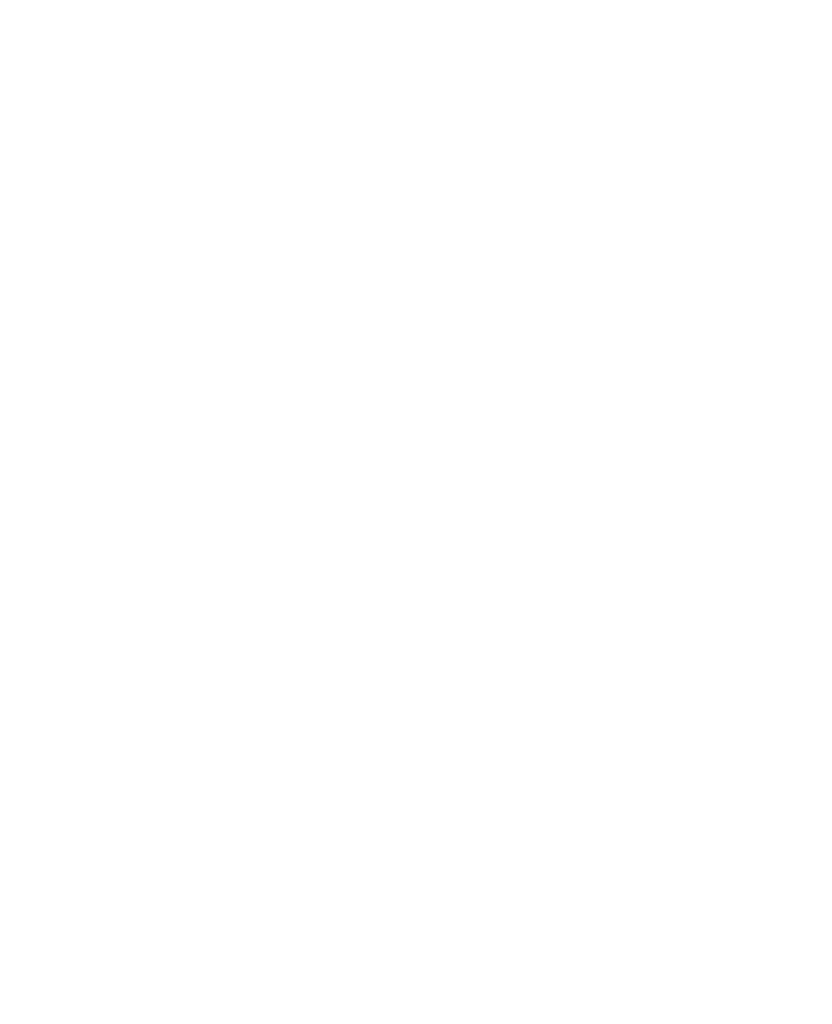
<source format=kicad_pcb>
(kicad_pcb (version 4) (host Gerbview "5.99.0-unknown-r17145-8bd2765f")

  (layers 
    (0 F.Cu signal)
    (31 B.Cu signal)
    (32 B.Adhes user)
    (33 F.Adhes user)
    (34 B.Paste user)
    (35 F.Paste user)
    (36 B.SilkS user)
    (37 F.SilkS user)
    (38 B.Mask user)
    (39 F.Mask user)
    (40 Dwgs.User user)
    (41 Cmts.User user)
    (42 Eco1.User user)
    (43 Eco2.User user)
    (44 Edge.Cuts user)
  )

(gr_poly (pts  (xy 0.0701 -0.1201) (xy 0.0701 -36.2) (xy 17.8 -36.2)
 (xy 17.8 -33.85) (xy 17.0951 -33.85) (xy 17.08552 -33.85045) (xy 17.0681 -33.85365)
 (xy 17.0515 -33.85982) (xy 17.03622 -33.86878) (xy 17.02273 -33.88026) (xy 17.01144 -33.89391)
 (xy 17.0027 -33.90931) (xy 16.99676 -33.926) (xy 16.9938 -33.94347) (xy 16.99393 -33.96118)
 (xy 16.99713 -33.9786) (xy 17.0033 -33.9952) (xy 17.0403 -34.09459) (xy 17.0622 -34.2561)
 (xy 17.0622 -35.2939) (xy 17.05293 -35.39955) (xy 17.02545 -35.50199) (xy 16.98061 -35.5981)
 (xy 16.91975 -35.68497) (xy 16.84474 -35.75995) (xy 16.75785 -35.82076) (xy 16.66171 -35.86556)
 (xy 16.4539 -35.9022) (xy 15.4161 -35.9022) (xy 15.31045 -35.89293) (xy 15.20801 -35.86545)
 (xy 15.1119 -35.82061) (xy 15.02503 -35.75975) (xy 14.95005 -35.68474) (xy 14.88924 -35.59785)
 (xy 14.84444 -35.50171) (xy 14.8078 -35.2939) (xy 14.8078 -34.2561) (xy 14.81709 -34.15045)
 (xy 14.8667 -33.9952) (xy 14.8704 -33.98635) (xy 14.87498 -33.96924) (xy 14.87652 -33.9516)
 (xy 14.87497 -33.93396) (xy 14.87039 -33.91685) (xy 14.8629 -33.9008) (xy 14.85274 -33.88629)
 (xy 14.84022 -33.87377) (xy 14.82571 -33.86361) (xy 14.80965 -33.85612) (xy 14.79254 -33.85154)
 (xy 14.7749 -33.85) (xy 11.4951 -33.85) (xy 11.48552 -33.85045) (xy 11.4681 -33.85365)
 (xy 11.4515 -33.85982) (xy 11.43622 -33.86878) (xy 11.42273 -33.88026) (xy 11.41144 -33.89391)
 (xy 11.4027 -33.90931) (xy 11.39676 -33.926) (xy 11.3938 -33.94347) (xy 11.39393 -33.96118)
 (xy 11.39713 -33.9786) (xy 11.4033 -33.9952) (xy 11.4403 -34.09459) (xy 11.4622 -34.2561)
 (xy 11.4622 -35.2939) (xy 11.45293 -35.39955) (xy 11.42545 -35.50199) (xy 11.38061 -35.5981)
 (xy 11.31975 -35.68497) (xy 11.24474 -35.75995) (xy 11.15785 -35.82076) (xy 11.06171 -35.86556)
 (xy 10.8539 -35.9022) (xy 9.8161 -35.9022) (xy 9.71045 -35.89293) (xy 9.60801 -35.86545)
 (xy 9.511900000000001 -35.82061) (xy 9.42503 -35.75975) (xy 9.35005 -35.68474) (xy 9.289239999999999 -35.59785)
 (xy 9.244440000000001 -35.50171) (xy 9.207800000000001 -35.2939) (xy 9.207800000000001 -34.2561) (xy 9.21707 -34.15045)
 (xy 9.24455 -34.04801) (xy 9.289389999999999 -33.9519) (xy 9.350250000000001 -33.86503) (xy 9.42526 -33.79005)
 (xy 9.51215 -33.72924) (xy 9.60829 -33.68444) (xy 9.8161 -33.6478) (xy 10.8541 -33.6478)
 (xy 10.9349 -33.6532) (xy 10.94843 -33.65411) (xy 10.96607 -33.65256) (xy 10.98317 -33.64798)
 (xy 10.99922 -33.64049) (xy 11.01373 -33.63033) (xy 11.02625 -33.61781) (xy 11.0364 -33.6033)
 (xy 11.04388 -33.58725) (xy 11.04846 -33.57014) (xy 11.05 -33.5525) (xy 11.05 -30.3975)
 (xy 11.04909 -30.38397) (xy 11.04521 -30.36669) (xy 11.0384 -30.35035) (xy 11.02885 -30.33544)
 (xy 11.01685 -30.32241) (xy 11.00278 -30.31167) (xy 10.98705 -30.30353) (xy 10.97015 -30.29825)
 (xy 10.95259 -30.29598) (xy 10.9349 -30.2968) (xy 10.8541 -30.3022) (xy 9.8161 -30.3022)
 (xy 9.71045 -30.29293) (xy 9.60801 -30.26545) (xy 9.511900000000001 -30.22061) (xy 9.42503 -30.15975)
 (xy 9.35005 -30.08474) (xy 9.289239999999999 -29.99785) (xy 9.244440000000001 -29.90171) (xy 9.207800000000001 -29.6939)
 (xy 9.207800000000001 -28.6561) (xy 9.21707 -28.55045) (xy 9.24455 -28.44801) (xy 9.289389999999999 -28.3519)
 (xy 9.350250000000001 -28.26503) (xy 9.42526 -28.19005) (xy 9.51215 -28.12924) (xy 9.60829 -28.08444)
 (xy 9.8161 -28.0478) (xy 10.8539 -28.0478) (xy 10.95955 -28.05707) (xy 11.06199 -28.08455)
 (xy 11.1581 -28.12939) (xy 11.24497 -28.19025) (xy 11.31995 -28.26526) (xy 11.38076 -28.35215)
 (xy 11.42556 -28.44829) (xy 11.4622 -28.6561) (xy 11.4622 -29.6939) (xy 11.45292 -29.79955)
 (xy 11.42544 -29.90199) (xy 11.3211 -30.0833) (xy 11.31113 -30.09757) (xy 11.30364 -30.11362)
 (xy 11.29906 -30.13073) (xy 11.29751 -30.14837) (xy 11.29905 -30.16601) (xy 11.30363 -30.18312)
 (xy 11.31111 -30.19918) (xy 11.32127 -30.21369) (xy 11.33379 -30.22621) (xy 11.3483 -30.23638)
 (xy 11.36435 -30.24387) (xy 11.38146 -30.24845) (xy 11.3991 -30.25) (xy 14.8709 -30.25)
 (xy 14.88569 -30.24892) (xy 14.90292 -30.24482) (xy 14.91917 -30.23779) (xy 14.93396 -30.22804)
 (xy 14.94683 -30.21587) (xy 14.95739 -30.20166) (xy 14.96533 -30.18582) (xy 14.97039 -30.16885)
 (xy 14.97243 -30.15125) (xy 14.97138 -30.13357) (xy 14.96728 -30.11634) (xy 14.96025 -30.10009)
 (xy 14.9505 -30.0853) (xy 14.88959 -29.99847) (xy 14.84468 -29.90239) (xy 14.81714 -29.79997)
 (xy 14.8078 -29.6939) (xy 14.8078 -28.6561) (xy 14.81707 -28.55045) (xy 14.84455 -28.44801)
 (xy 14.88939 -28.3519) (xy 14.95025 -28.26503) (xy 15.02526 -28.19005) (xy 15.11215 -28.12924)
 (xy 15.20829 -28.08444) (xy 15.4161 -28.0478) (xy 16.4539 -28.0478) (xy 16.55955 -28.05707)
 (xy 16.66199 -28.08455) (xy 16.7581 -28.12939) (xy 16.84497 -28.19025) (xy 16.91995 -28.26526)
 (xy 16.98076 -28.35215) (xy 17.02556 -28.44829) (xy 17.0622 -28.6561) (xy 17.0622 -29.4)
 (xy 22.75 -29.4) (xy 22.75 -28.25) (xy 19.9 -28.25) (xy 19.9 -27.1635)
 (xy 19.8817 -27.1452) (xy 19.8242 -27.0876) (xy 19.73855 -27.07124) (xy 19.5952 -27.0047)
 (xy 19.52743 -26.94983) (xy 19.4331 -26.8246) (xy 19.38616 -26.84203) (xy 19.3101 -26.8523)
 (xy 18.99 -26.8523) (xy 18.94012 -26.84793) (xy 18.89176 -26.83497) (xy 18.84639 -26.8138)
 (xy 18.80538 -26.78508) (xy 18.76998 -26.74967) (xy 18.74127 -26.70866) (xy 18.72011 -26.66328)
 (xy 18.7028 -26.5651) (xy 18.7028 -26.2349) (xy 18.7039 -26.2103) (xy 18.70427 -26.20165)
 (xy 18.70273 -26.18401) (xy 18.69816 -26.16689) (xy 18.69068 -26.15084) (xy 18.68052 -26.13633)
 (xy 18.668 -26.1238) (xy 18.6535 -26.11363) (xy 18.63745 -26.10614) (xy 18.62034 -26.10155)
 (xy 18.6027 -26.1) (xy 18.3464 -26.1) (xy 18.3434 -26.1003) (xy 18.31 -26.1023)
 (xy 17.99 -26.1023) (xy 17.9566 -26.1003) (xy 17.9536 -26.1) (xy 17.3464 -26.1)
 (xy 17.3434 -26.1003) (xy 17.31 -26.1023) (xy 16.99 -26.1023) (xy 16.94012 -26.09794)
 (xy 16.89175 -26.08498) (xy 16.84637 -26.06383) (xy 16.80535 -26.03511) (xy 16.7494 -25.972)
 (xy 16.74584 -25.96689) (xy 16.73409 -25.95365) (xy 16.72021 -25.94265) (xy 16.70464 -25.93422)
 (xy 16.68784 -25.92863) (xy 16.67032 -25.92604) (xy 16.65261 -25.92653) (xy 16.63527 -25.93008)
 (xy 16.6188 -25.9366) (xy 16.52153 -25.97513) (xy 16.41905 -25.99618) (xy 16.31447 -25.99912)
 (xy 16.21097 -25.98385) (xy 16.11169 -25.95084) (xy 16.01965 -25.9011) (xy 15.93765 -25.83613)
 (xy 15.86817 -25.7579) (xy 15.81334 -25.6688) (xy 15.77481 -25.57153) (xy 15.75376 -25.46905)
 (xy 15.75082 -25.36447) (xy 15.7663 -25.2601) (xy 15.68222 -25.23109) (xy 15.60446 -25.18793)
 (xy 15.53537 -25.13191) (xy 15.47706 -25.06475) (xy 15.4313 -24.98849) (xy 15.39948 -24.90543)
 (xy 15.3798 -24.7651) (xy 15.3798 -24.4349) (xy 15.38756 -24.3463) (xy 15.41059 -24.2604)
 (xy 15.4668 -24.15) (xy 15.42375 -24.07218) (xy 15.39486 -23.98806) (xy 15.3798 -23.8651)
 (xy 15.3798 -23.7666) (xy 15.3261 -23.7666) (xy 15.3232 -23.7669) (xy 15.2654 -23.7702)
 (xy 14.9349 -23.7702) (xy 14.8463 -23.76244) (xy 14.76039 -23.73942) (xy 14.67979 -23.70182)
 (xy 14.60694 -23.6508) (xy 14.494 -23.5167) (xy 14.44746 -23.53517) (xy 14.3653 -23.5472)
 (xy 14.0349 -23.5472) (xy 13.98502 -23.54283) (xy 13.93666 -23.52987) (xy 13.89129 -23.5087)
 (xy 13.85028 -23.47998) (xy 13.81488 -23.44457) (xy 13.78617 -23.40356) (xy 13.76501 -23.35818)
 (xy 13.7477 -23.26) (xy 13.7477 -22.9252) (xy 13.467 -22.9252) (xy 13.4536 -22.935)
 (xy 13.36401 -22.98903) (xy 13.26639 -23.02669) (xy 13.16372 -23.04682) (xy 13.05912 -23.04881)
 (xy 12.95575 -23.03261) (xy 12.85677 -22.99871) (xy 12.76518 -22.94814) (xy 12.68377 -22.88243)
 (xy 12.615 -22.80358) (xy 12.56097 -22.71399) (xy 12.52331 -22.61637) (xy 12.50318 -22.5137)
 (xy 12.50119 -22.4091) (xy 12.51739 -22.30573) (xy 12.55129 -22.20675) (xy 12.60186 -22.11516)
 (xy 12.66757 -22.03375) (xy 12.74642 -21.96498) (xy 12.83601 -21.91095) (xy 12.93363 -21.87329)
 (xy 13.0363 -21.85316) (xy 13.1409 -21.85117) (xy 13.3105 -21.8879) (xy 13.31133 -21.88821)
 (xy 13.32843 -21.8928) (xy 13.34607 -21.89435) (xy 13.36371 -21.89281) (xy 13.38082 -21.88824)
 (xy 13.39687 -21.88076) (xy 13.41138 -21.87061) (xy 13.42391 -21.85809) (xy 13.43407 -21.84359)
 (xy 13.44156 -21.82754) (xy 13.44615 -21.81044) (xy 13.4477 -21.7928) (xy 13.4477 -21.7242)
 (xy 13.4473 -21.718) (xy 13.44544 -21.70934) (xy 13.4421 -21.70114) (xy 13.43739 -21.69364)
 (xy 13.43144 -21.68707) (xy 13.42445 -21.68164) (xy 13.41662 -21.6775) (xy 13.40819 -21.67478)
 (xy 13.39942 -21.67357) (xy 13.39056 -21.6739) (xy 13.3819 -21.67576) (xy 13.3737 -21.6791)
 (xy 13.27679 -21.71852) (xy 13.17451 -21.74051) (xy 13.06996 -21.7444) (xy 12.96632 -21.73008)
 (xy 12.86675 -21.69798) (xy 12.77426 -21.64908) (xy 12.69167 -21.58486) (xy 12.62149 -21.50727)
 (xy 12.56584 -21.41868) (xy 12.52642 -21.32177) (xy 12.50443 -21.21949) (xy 12.50054 -21.11494)
 (xy 12.51486 -21.0113) (xy 12.54696 -20.91173) (xy 12.59586 -20.81924) (xy 12.66008 -20.73665)
 (xy 12.73767 -20.66647) (xy 12.82626 -20.61082) (xy 12.92317 -20.5714) (xy 13.02545 -20.54941)
 (xy 13.13 -20.54552) (xy 13.3105 -20.5829) (xy 13.31133 -20.58321) (xy 13.32843 -20.5878)
 (xy 13.34607 -20.58935) (xy 13.36371 -20.58781) (xy 13.38082 -20.58324) (xy 13.39687 -20.57576)
 (xy 13.41138 -20.56561) (xy 13.42391 -20.55309) (xy 13.43407 -20.53859) (xy 13.44156 -20.52254)
 (xy 13.44615 -20.50544) (xy 13.4477 -20.4878) (xy 13.4477 -20.3239) (xy 13.317 -20.3239)
 (xy 13.3036 -20.3337) (xy 13.21401 -20.38773) (xy 13.11641 -20.42539) (xy 13.01374 -20.44553)
 (xy 12.90914 -20.44753) (xy 12.80578 -20.43134) (xy 12.7068 -20.39744) (xy 12.61522 -20.34687)
 (xy 12.5338 -20.28117) (xy 12.46503 -20.20233) (xy 12.411 -20.11274) (xy 12.37334 -20.01514)
 (xy 12.3532 -19.91247) (xy 12.3512 -19.80787) (xy 12.36739 -19.70451) (xy 12.40129 -19.60553)
 (xy 12.45186 -19.51395) (xy 12.51756 -19.43253) (xy 12.5964 -19.36376) (xy 12.68599 -19.30973)
 (xy 12.78359 -19.27207) (xy 12.88626 -19.25193) (xy 13.0322 -19.2542) (xy 13.04603 -19.25515)
 (xy 13.06368 -19.25362) (xy 13.08079 -19.24904) (xy 13.09684 -19.24157) (xy 13.11136 -19.23142)
 (xy 13.12389 -19.2189) (xy 13.13406 -19.2044) (xy 13.14155 -19.18835) (xy 13.14615 -19.17124)
 (xy 13.1477 -19.1536) (xy 13.1477 -19.0502) (xy 12.5635 -19.0502) (xy 12.4335 -18.9202)
 (xy 12.2349 -18.9202) (xy 12.1463 -18.91244) (xy 12.06039 -18.88942) (xy 11.97979 -18.85182)
 (xy 11.90694 -18.8008) (xy 11.794 -18.6667) (xy 11.74746 -18.68517) (xy 11.6653 -18.6972)
 (xy 11.3349 -18.6972) (xy 11.28502 -18.69283) (xy 11.23666 -18.67987) (xy 11.19129 -18.6587)
 (xy 11.15028 -18.62998) (xy 11.11488 -18.59457) (xy 11.08617 -18.55356) (xy 11.06501 -18.50818)
 (xy 11.0477 -18.41) (xy 11.0477 -18.0898) (xy 11.0575 -18.0155) (xy 11.0651 -17.9872)
 (xy 10.9982 -17.9202) (xy 10.8349 -17.9202) (xy 10.7463 -17.91244) (xy 10.6604 -17.88941)
 (xy 10.55 -17.8332) (xy 10.47218 -17.87625) (xy 10.38806 -17.90514) (xy 10.2651 -17.9202)
 (xy 9.934900000000001 -17.9202) (xy 9.846299999999999 -17.91244) (xy 9.760389999999999 -17.88942) (xy 9.679790000000001 -17.85182)
 (xy 9.60694 -17.8008) (xy 9.5153 -17.7002) (xy 9.1135 -17.7002) (xy 8.3498 -16.9365)
 (xy 8.3498 -12.2135) (xy 10.9635 -9.5998) (xy 11.3646 -9.5998) (xy 11.40397 -9.520049999999999)
 (xy 11.45659 -9.44835) (xy 11.52086 -9.38687) (xy 11.59483 -9.337490000000001) (xy 11.67625 -9.3017)
 (xy 11.84 -9.274699999999999) (xy 11.9 -9.274699999999999) (xy 11.9 -9.25) (xy 12.7 -9.25)
 (xy 12.7 -7.8) (xy 13.2239 -7.8) (xy 13.2251 -7.7999) (xy 13.2482 -7.7994)
 (xy 13.6518 -7.7994) (xy 13.6749 -7.7999) (xy 13.6761 -7.8) (xy 16.5 -7.8)
 (xy 16.5 -13.798) (xy 16.5372 -13.8083) (xy 16.58407 -13.82591) (xy 16.62716 -13.8514)
 (xy 16.66518 -13.88398) (xy 16.69696 -13.92267) (xy 16.72154 -13.96628) (xy 16.73817 -14.01351)
 (xy 16.7472 -14.0849) (xy 16.7472 -14.4153) (xy 16.74282 -14.46518) (xy 16.7167 -14.544)
 (xy 16.78936 -14.59529) (xy 16.85201 -14.65841) (xy 16.90275 -14.73145) (xy 16.9401 -14.8124)
 (xy 16.94248 -14.8184) (xy 16.95091 -14.83398) (xy 16.96191 -14.84786) (xy 16.97515 -14.85962)
 (xy 16.99024 -14.8689) (xy 17.00671 -14.87542) (xy 17.02406 -14.87899) (xy 17.04177 -14.87948)
 (xy 17.05929 -14.87689) (xy 17.0761 -14.8713) (xy 17.12361 -14.85551) (xy 17.19 -14.8477)
 (xy 17.51 -14.8477) (xy 17.5261 -14.8482) (xy 17.52896 -14.84828) (xy 17.53778 -14.84751)
 (xy 17.54634 -14.84523) (xy 17.55437 -14.84149) (xy 17.56163 -14.83641) (xy 17.56789 -14.83015)
 (xy 17.57298 -14.8229) (xy 17.57673 -14.81488) (xy 17.57902 -14.80632) (xy 17.5798 -14.7975)
 (xy 17.5798 -5.7636) (xy 17.57967 -5.75846) (xy 17.57722 -5.74092) (xy 17.57177 -5.72407)
 (xy 17.56347 -5.70843) (xy 17.55258 -5.69446) (xy 17.53943 -5.6826) (xy 17.52442 -5.6732)
 (xy 17.50801 -5.66655) (xy 17.49069 -5.66285) (xy 17.473 -5.66221) (xy 17.45546 -5.66466)
 (xy 17.43861 -5.67011) (xy 17.42297 -5.67841) (xy 17.409 -5.6893) (xy 17.32651 -5.75365)
 (xy 17.2341 -5.8027) (xy 17.13457 -5.83495) (xy 17.03096 -5.84943) (xy 16.92641 -5.8457)
 (xy 16.82409 -5.82387) (xy 16.72712 -5.78461) (xy 16.63844 -5.7291) (xy 16.56074 -5.65904)
 (xy 16.49639 -5.57655) (xy 16.44734 -5.48414) (xy 16.41509 -5.38461) (xy 16.40061 -5.281)
 (xy 16.40434 -5.17645) (xy 16.42617 -5.07413) (xy 16.46543 -4.97716) (xy 16.52094 -4.88848)
 (xy 16.591 -4.81078) (xy 16.67349 -4.74643) (xy 16.7659 -4.69738) (xy 16.86543 -4.66513)
 (xy 16.96904 -4.65065) (xy 17.07359 -4.65438) (xy 17.17591 -4.67621) (xy 17.2888 -4.7239)
 (xy 17.30386 -4.73063) (xy 17.32101 -4.73505) (xy 17.33867 -4.73642) (xy 17.35629 -4.73471)
 (xy 17.37335 -4.72996) (xy 17.38933 -4.72232) (xy 17.40374 -4.71202) (xy 17.41614 -4.69938)
 (xy 17.42615 -4.68477) (xy 17.43348 -4.66865) (xy 17.4379 -4.6515) (xy 17.464 -4.55018)
 (xy 17.5073 -4.45494) (xy 17.56648 -4.36866) (xy 17.63974 -4.29397) (xy 17.72486 -4.23314)
 (xy 17.81925 -4.18801) (xy 17.9299 -4.1582) (xy 17.9376 -4.05386) (xy 17.96329 -3.95245)
 (xy 18.00621 -3.85703) (xy 18.06504 -3.77052) (xy 18.138 -3.69554) (xy 18.22288 -3.63437)
 (xy 18.31708 -3.58886) (xy 18.41776 -3.56041) (xy 18.52185 -3.54987) (xy 18.62619 -3.55757)
 (xy 18.7276 -3.58326) (xy 18.82302 -3.62618) (xy 18.90953 -3.68501) (xy 18.98451 -3.75797)
 (xy 19.04568 -3.84285) (xy 19.09119 -3.93705) (xy 19.11964 -4.03773) (xy 19.13018 -4.14182)
 (xy 19.12248 -4.24616) (xy 19.09679 -4.34757) (xy 19.05387 -4.44299) (xy 18.9842 -4.5424)
 (xy 18.9842 -5.1453) (xy 18.9802 -5.1493) (xy 18.9802 -6.3773) (xy 18.98025 -6.38053)
 (xy 18.98237 -6.39811) (xy 18.9875 -6.41506) (xy 18.99551 -6.43086) (xy 19.00613 -6.44503)
 (xy 19.01905 -6.45714) (xy 19.03388 -6.46682) (xy 19.05017 -6.47378) (xy 19.06741 -6.47781)
 (xy 19.0851 -6.47878) (xy 19.10268 -6.47666) (xy 19.11963 -6.47153) (xy 19.13543 -6.46352)
 (xy 19.1496 -6.4529) (xy 19.23332 -6.39016) (xy 19.32666 -6.34291) (xy 19.42679 -6.31259)
 (xy 19.53066 -6.30011) (xy 19.63513 -6.30587) (xy 19.737 -6.32967) (xy 19.8332 -6.3708)
 (xy 19.92079 -6.42802) (xy 19.99711 -6.49957) (xy 20.05985 -6.58329) (xy 20.1071 -6.67663)
 (xy 20.13742 -6.77676) (xy 20.1499 -6.88063) (xy 20.14414 -6.9851) (xy 20.12034 -7.08697)
 (xy 20.07921 -7.18317) (xy 20.02199 -7.27076) (xy 19.95044 -7.34708) (xy 19.86672 -7.40982)
 (xy 19.77338 -7.45707) (xy 19.6232 -7.4957) (xy 19.61753 -7.49657) (xy 19.60045 -7.50123)
 (xy 19.58443 -7.50879) (xy 19.56997 -7.51901) (xy 19.5575 -7.53159) (xy 19.54741 -7.54614)
 (xy 19.54 -7.56223) (xy 19.5355 -7.57935) (xy 19.53403 -7.597) (xy 19.53566 -7.61464)
 (xy 19.54032 -7.63172) (xy 19.54788 -7.64774) (xy 19.5581 -7.6622) (xy 19.61848 -7.74764)
 (xy 19.66311 -7.84227) (xy 19.69062 -7.9432) (xy 19.70019 -8.04739) (xy 19.69153 -8.15165)
 (xy 19.66489 -8.25282) (xy 19.62108 -8.34783) (xy 19.56145 -8.43379) (xy 19.4802 -8.5144)
 (xy 19.4802 -14.797) (xy 19.4802 -14.79702) (xy 19.48097 -14.80584) (xy 19.48327 -14.81439)
 (xy 19.48701 -14.82241) (xy 19.49209 -14.82966) (xy 19.49835 -14.83592) (xy 19.5056 -14.841)
 (xy 19.51363 -14.84474) (xy 19.52218 -14.84703) (xy 19.531 -14.8478) (xy 19.5386 -14.8478)
 (xy 19.54 -14.8477) (xy 19.8998 -14.8477) (xy 19.8998 -11.6549) (xy 20.0378 -11.517)
 (xy 20.0392 -11.5153) (xy 20.1145 -11.44) (xy 20.1162 -11.4385) (xy 20.2549 -11.2998)
 (xy 21.5998 -11.2998) (xy 21.5998 -9.676399999999999) (xy 21.56014 -9.59679) (xy 21.53491 -9.511509999999999)
 (xy 21.5247 -9.41) (xy 21.5247 -9.09) (xy 21.53246 -9.0014) (xy 21.55549 -8.91549)
 (xy 21.59309 -8.83489) (xy 21.64411 -8.762040000000001) (xy 21.7248 -8.684900000000001) (xy 21.7248 -8.467000000000001)
 (xy 21.715 -8.4536) (xy 21.66097 -8.36401) (xy 21.6042 -8.172599999999999) (xy 21.60247 -8.16259)
 (xy 21.5971 -8.145709999999999) (xy 21.58889 -8.13003) (xy 21.57807 -8.116) (xy 21.56498 -8.10407)
 (xy 21.55002 -8.0946) (xy 21.53364 -8.087859999999999) (xy 21.51635 -8.084070000000001) (xy 21.49865 -8.08334)
 (xy 21.4811 -8.085699999999999) (xy 21.3774 -8.09957) (xy 21.27287 -8.09521) (xy 21.17068 -8.07277)
 (xy 21.07394 -8.03293) (xy 20.98559 -7.9769) (xy 20.90832 -7.90637) (xy 20.84446 -7.8235)
 (xy 20.79596 -7.7308) (xy 20.7643 -7.63108) (xy 20.75043 -7.52738) (xy 20.75479 -7.42285)
 (xy 20.77723 -7.32066) (xy 20.81707 -7.22392) (xy 20.8731 -7.13557) (xy 20.94363 -7.0583)
 (xy 21.0265 -6.99444) (xy 21.1192 -6.94594) (xy 21.21892 -6.91428) (xy 21.32262 -6.90041)
 (xy 21.42715 -6.90477) (xy 21.52934 -6.92721) (xy 21.62608 -6.96705) (xy 21.71443 -7.02308)
 (xy 21.7917 -7.09361) (xy 21.85556 -7.17648) (xy 21.90406 -7.26918) (xy 21.9458 -7.4274)
 (xy 21.94753 -7.43741) (xy 21.9529 -7.45429) (xy 21.96111 -7.46997) (xy 21.97193 -7.484)
 (xy 21.98502 -7.49593) (xy 21.99998 -7.5054) (xy 22.01636 -7.51214) (xy 22.03365 -7.51593)
 (xy 22.05135 -7.51666) (xy 22.0689 -7.5143) (xy 22.1726 -7.50043) (xy 22.27713 -7.50478)
 (xy 22.37932 -7.52722) (xy 22.47606 -7.56705) (xy 22.56441 -7.62309) (xy 22.64169 -7.69361)
 (xy 22.70556 -7.77648) (xy 22.75405 -7.86918) (xy 22.78572 -7.9689) (xy 22.79959 -8.0726)
 (xy 22.79524 -8.17713) (xy 22.7728 -8.27932) (xy 22.685 -8.4536) (xy 22.6752 -8.467000000000001)
 (xy 22.6752 -8.499000000000001) (xy 22.67559 -8.507849999999999) (xy 22.67867 -8.52529) (xy 22.68473 -8.541930000000001)
 (xy 22.69359 -8.557259999999999) (xy 22.70497 -8.570830000000001) (xy 22.71854 -8.5822) (xy 22.73387 -8.591060000000001)
 (xy 22.75052 -8.597110000000001) (xy 22.76795 -8.60018) (xy 22.78566 -8.60018) (xy 22.8031 -8.597099999999999)
 (xy 22.9348 -8.579800000000001) (xy 23.2651 -8.579800000000001) (xy 23.3537 -8.58756) (xy 23.43961 -8.610580000000001)
 (xy 23.523 -8.649800000000001) (xy 23.8026 -8.649800000000001) (xy 23.81131 -8.649430000000001) (xy 23.82875 -8.646380000000001)
 (xy 23.8454 -8.64034) (xy 23.86075 -8.63151) (xy 23.87433 -8.620150000000001) (xy 23.88573 -8.6066)
 (xy 23.8946 -8.59127) (xy 23.90068 -8.57464) (xy 23.90378 -8.55721) (xy 23.9038 -8.5395)
 (xy 23.9028 -8.5151) (xy 23.9028 -8.184900000000001) (xy 23.90717 -8.135020000000001) (xy 23.92013 -8.08666)
 (xy 23.9413 -8.04129) (xy 23.97002 -8.00028) (xy 24.00543 -7.96488) (xy 24.04644 -7.93617)
 (xy 24.09182 -7.91501) (xy 24.19 -7.8977) (xy 24.51 -7.8977) (xy 24.55988 -7.90207)
 (xy 24.60824 -7.91503) (xy 24.65361 -7.9362) (xy 24.69462 -7.96492) (xy 24.73002 -8.00033)
 (xy 24.75873 -8.04134) (xy 24.77989 -8.08672) (xy 24.7972 -8.184900000000001) (xy 24.7972 -8.5151)
 (xy 24.7962 -8.5395) (xy 24.79583 -8.548209999999999) (xy 24.79737 -8.565849999999999) (xy 24.80195 -8.58295)
 (xy 24.80943 -8.599) (xy 24.81959 -8.61351) (xy 24.83211 -8.62603) (xy 24.84661 -8.636189999999999)
 (xy 24.86266 -8.64367) (xy 24.87976 -8.648260000000001) (xy 24.8974 -8.649800000000001) (xy 25.1378 -8.649800000000001)
 (xy 25.2426 -8.508599999999999) (xy 25.7514 -7.9998) (xy 29.9986 -7.9998) (xy 31.7558 -9.757)
 (xy 31.7634 -9.7607) (xy 31.85305 -9.814629999999999) (xy 31.93197 -9.88331) (xy 31.99777 -9.964650000000001)
 (xy 32.04844 -10.05618) (xy 32.08245 -10.15512) (xy 32.09876 -10.25847) (xy 32.09687 -10.36307)
 (xy 32.07686 -10.46576) (xy 32.03931 -10.56341) (xy 31.98538 -10.65306) (xy 31.9167 -10.73198)
 (xy 31.83536 -10.79778) (xy 31.74383 -10.84845) (xy 31.64489 -10.88246) (xy 31.5 -10.9002)
 (xy 31.2014 -10.9002) (xy 29.5014 -9.200200000000001) (xy 28.2911 -9.200200000000001) (xy 28.28266 -9.200559999999999)
 (xy 28.26521 -9.203569999999999) (xy 28.24854 -9.209569999999999) (xy 28.23317 -9.21837) (xy 28.21956 -9.229710000000001)
 (xy 28.20813 -9.243230000000001) (xy 28.19922 -9.25854) (xy 28.1931 -9.27516) (xy 28.18996 -9.292590000000001)
 (xy 28.1899 -9.3103) (xy 28.1922 -9.363) (xy 28.1922 -9.8131) (xy 28.18269 -9.921659999999999)
 (xy 28.15448 -10.02691) (xy 28.10842 -10.12567) (xy 28.04591 -10.21493) (xy 27.96885 -10.29198)
 (xy 27.87958 -10.35448) (xy 27.78081 -10.40053) (xy 27.67555 -10.42872) (xy 27.56699 -10.43821)
 (xy 27.45843 -10.4287) (xy 27.35318 -10.40049) (xy 27.25442 -10.35443) (xy 27.16516 -10.29192)
 (xy 27.0342 -10.14) (xy 27.02425 -10.12645) (xy 27.0115 -10.11415) (xy 26.99681 -10.10426)
 (xy 26.98063 -10.09706) (xy 26.96344 -10.09279) (xy 26.94577 -10.09156) (xy 26.92816 -10.09342)
 (xy 26.91114 -10.09831) (xy 26.89522 -10.10608) (xy 26.8809 -10.1165) (xy 26.8242 -10.15772)
 (xy 26.7612 -10.18846) (xy 26.69382 -10.2078) (xy 26.62411 -10.21514) (xy 26.55418 -10.21026)
 (xy 26.48615 -10.19332) (xy 26.42211 -10.16482) (xy 26.3531 -10.1165) (xy 26.33955 -10.10655)
 (xy 26.3237 -10.09864) (xy 26.30673 -10.09359) (xy 26.28913 -10.09158) (xy 26.27145 -10.09265)
 (xy 26.25422 -10.09677) (xy 26.23798 -10.10382) (xy 26.2232 -10.11359) (xy 26.21035 -10.12577)
 (xy 26.1998 -10.14) (xy 26.13493 -10.22755) (xy 26.05584 -10.30251) (xy 25.96493 -10.36259)
 (xy 25.86497 -10.40597) (xy 25.759 -10.43134) (xy 25.65023 -10.43792) (xy 25.54197 -10.42551)
 (xy 25.43752 -10.3945) (xy 25.34003 -10.34581) (xy 25.25248 -10.28094) (xy 25.17752 -10.20185)
 (xy 25.11744 -10.11094) (xy 25.07406 -10.01098) (xy 25.0472 -9.894399999999999) (xy 25.0414 -9.850199999999999)
 (xy 24.7768 -9.850199999999999) (xy 24.765 -9.856999999999999) (xy 24.68438 -9.89457) (xy 24.51 -9.9253)
 (xy 24.19 -9.9253) (xy 24.1014 -9.917540000000001) (xy 24.01549 -9.89451) (xy 23.9236 -9.850199999999999)
 (xy 23.523 -9.850199999999999) (xy 23.44264 -9.888299999999999) (xy 23.35688 -9.91187) (xy 23.2651 -9.920199999999999)
 (xy 22.9349 -9.920199999999999) (xy 22.9073 -9.919499999999999) (xy 22.90181 -9.91935) (xy 22.88417 -9.92089)
 (xy 22.86707 -9.925470000000001) (xy 22.85102 -9.93294) (xy 22.83651 -9.943099999999999) (xy 22.82398 -9.95561)
 (xy 22.81382 -9.97011) (xy 22.80634 -9.98616) (xy 22.80175 -10.00326) (xy 22.8002 -10.0209)
 (xy 22.8002 -11.2998) (xy 23.4008 -11.2998) (xy 23.40788 -11.29954) (xy 23.42537 -11.29677)
 (xy 23.44211 -11.29101) (xy 23.4576 -11.28242) (xy 23.47136 -11.27128) (xy 23.48298 -11.25791)
 (xy 23.49209 -11.24273) (xy 23.49844 -11.2262) (xy 23.50182 -11.20882) (xy 23.50212 -11.19112)
 (xy 23.49935 -11.17363) (xy 23.49359 -11.15689) (xy 23.485 -11.1414) (xy 23.45419 -11.08578)
 (xy 23.43351 -11.02566) (xy 23.4227 -10.9375) (xy 23.4227 -10.4625) (xy 23.42825 -10.39917)
 (xy 23.44471 -10.33776) (xy 23.47158 -10.28014) (xy 23.50805 -10.22806) (xy 23.55301 -10.18311)
 (xy 23.60509 -10.14665) (xy 23.66271 -10.11979) (xy 23.7872 -10.0978) (xy 24.3128 -10.0978)
 (xy 24.37613 -10.10338) (xy 24.43753 -10.11987) (xy 24.49513 -10.14678) (xy 24.54719 -10.18328)
 (xy 24.59212 -10.22826) (xy 24.62855 -10.28036) (xy 24.65538 -10.338) (xy 24.6773 -10.4625)
 (xy 24.6773 -10.9375) (xy 24.67176 -11.00084) (xy 24.65531 -11.06225) (xy 24.615 -11.1414)
 (xy 24.61124 -11.14741) (xy 24.60375 -11.16345) (xy 24.59917 -11.18056) (xy 24.59762 -11.1982)
 (xy 24.59916 -11.21584) (xy 24.60374 -11.23295) (xy 24.61123 -11.249) (xy 24.62138 -11.2635)
 (xy 24.6339 -11.27603) (xy 24.64841 -11.28618) (xy 24.66445 -11.29367) (xy 24.68156 -11.29825)
 (xy 24.6992 -11.2998) (xy 25.8451 -11.2998) (xy 26.4002 -11.8549) (xy 26.4002 -15.0998)
 (xy 27.0635 -15.0998) (xy 27.5069 -14.6564) (xy 27.5098 -14.6408) (xy 27.53773 -14.53997)
 (xy 27.58275 -14.44553) (xy 27.64348 -14.36034) (xy 27.71808 -14.28699) (xy 27.80429 -14.2277)
 (xy 27.89948 -14.18429) (xy 28.00077 -14.15807) (xy 28.10507 -14.14983) (xy 28.20921 -14.15983)
 (xy 28.31004 -14.18776) (xy 28.40448 -14.23278) (xy 28.48967 -14.29351) (xy 28.56302 -14.36811)
 (xy 28.62231 -14.45432) (xy 28.66572 -14.54951) (xy 28.69194 -14.6508) (xy 28.70018 -14.7551)
 (xy 28.69018 -14.85924) (xy 28.66225 -14.96007) (xy 28.61723 -15.05451) (xy 28.5475 -15.15)
 (xy 28.61016 -15.23378) (xy 28.65732 -15.32718) (xy 28.68755 -15.42734) (xy 28.69992 -15.53123)
 (xy 28.69407 -15.63569) (xy 28.67016 -15.73755) (xy 28.62893 -15.8337) (xy 28.5475 -15.95)
 (xy 28.61016 -16.03378) (xy 28.65731 -16.12718) (xy 28.68753 -16.22734) (xy 28.6999 -16.33122)
 (xy 28.69404 -16.43568) (xy 28.67013 -16.53753) (xy 28.6289 -16.63368) (xy 28.5686 -16.725)
 (xy 28.6266 -16.81207) (xy 28.6686 -16.90789) (xy 28.69332 -17.00955) (xy 28.70001 -17.11395)
 (xy 28.68847 -17.21793) (xy 28.65905 -17.31833) (xy 28.567 -17.477) (xy 28.62537 -17.56382)
 (xy 28.66778 -17.65946) (xy 28.69294 -17.76101) (xy 28.70008 -17.86539) (xy 28.68898 -17.96942)
 (xy 28.66 -18.06995) (xy 28.61399 -18.16391) (xy 28.55237 -18.24846) (xy 28.477 -18.32102)
 (xy 28.39018 -18.37939) (xy 28.29454 -18.4218) (xy 28.19299 -18.44696) (xy 28.08861 -18.4541)
 (xy 27.98458 -18.443) (xy 27.88405 -18.41402) (xy 27.79009 -18.36801) (xy 27.70554 -18.30639)
 (xy 27.63298 -18.23102) (xy 27.57461 -18.1442) (xy 27.5228 -18.0186) (xy 27.5192 -18.0059)
 (xy 27.0635 -17.5502) (xy 26.1001 -17.5502) (xy 26.09314 -17.55044) (xy 26.07565 -17.5532)
 (xy 26.0589 -17.55895) (xy 26.0434 -17.56752) (xy 26.02963 -17.57866) (xy 26.01801 -17.59201)
 (xy 26.00887 -17.60719) (xy 26.00251 -17.62371) (xy 25.99912 -17.64109) (xy 25.9988 -17.6588)
 (xy 25.99686 -17.76341) (xy 25.97678 -17.86609) (xy 25.93918 -17.96372) (xy 25.8852 -18.05334)
 (xy 25.81647 -18.13223) (xy 25.73509 -18.19798) (xy 25.64353 -18.2486) (xy 25.54456 -18.28256)
 (xy 25.4225 -18.2998) (xy 25.4026 -18.3005) (xy 25.3523 -18.351) (xy 25.3523 -18.3932)
 (xy 25.35374 -18.41027) (xy 25.35822 -18.4274) (xy 25.36562 -18.44349) (xy 25.37569 -18.45806)
 (xy 25.38814 -18.47065) (xy 25.40258 -18.48089) (xy 25.41859 -18.48847) (xy 25.43567 -18.49315)
 (xy 25.4533 -18.4948) (xy 25.55747 -18.50449) (xy 25.65838 -18.53213) (xy 25.75296 -18.57687)
 (xy 25.83833 -18.63735) (xy 25.9119 -18.71173) (xy 25.97143 -18.79777) (xy 26.01513 -18.89283)
 (xy 26.04165 -18.99404) (xy 26.05019 -19.09831) (xy 26.0405 -19.20248) (xy 26.01286 -19.30339)
 (xy 25.96812 -19.39797) (xy 25.90764 -19.48334) (xy 25.83326 -19.55691) (xy 25.74722 -19.61644)
 (xy 25.65216 -19.66014) (xy 25.55095 -19.68666) (xy 25.44668 -19.6952) (xy 25.34251 -19.68551)
 (xy 25.2416 -19.65787) (xy 25.0964 -19.58) (xy 25.083 -19.5702) (xy 24.9523 -19.5702)
 (xy 24.9523 -19.91) (xy 24.9503 -19.9419) (xy 24.95 -19.9449) (xy 24.95 -20.7536)
 (xy 24.9503 -20.7566) (xy 24.9503 -20.7569) (xy 24.9506 -20.7596) (xy 24.9523 -20.79)
 (xy 24.9523 -20.8998) (xy 24.95246 -20.90544) (xy 24.95499 -20.92297) (xy 24.96052 -20.93979)
 (xy 24.9689 -20.9554) (xy 24.97985 -20.96932) (xy 24.99306 -20.98112) (xy 25.00811 -20.99045)
 (xy 25.02456 -20.99703) (xy 25.0419 -21.00065) (xy 25.0596 -21.0012) (xy 25.1642 -21.00328)
 (xy 25.26685 -21.02349) (xy 25.36443 -21.06122) (xy 25.45397 -21.11532) (xy 25.53277 -21.18415)
 (xy 25.59841 -21.26562) (xy 25.64891 -21.35725) (xy 25.68273 -21.45625) (xy 25.69884 -21.55962)
 (xy 25.69676 -21.66422) (xy 25.649 -21.8426) (xy 25.59854 -21.93425) (xy 25.53292 -22.01574)
 (xy 25.45416 -22.08461) (xy 25.36463 -22.13874) (xy 25.26706 -22.17651) (xy 25.16441 -22.19677)
 (xy 25.0586 -22.1988) (xy 25.05164 -22.19856) (xy 25.034 -22.20009) (xy 25.01689 -22.20467)
 (xy 25.00084 -22.21215) (xy 24.98633 -22.2223) (xy 24.9738 -22.23481) (xy 24.96364 -22.24931)
 (xy 24.95614 -22.26536) (xy 24.95155 -22.28246) (xy 24.95 -22.3001) (xy 24.95 -22.593)
 (xy 24.95011 -22.59746) (xy 24.95244 -22.61502) (xy 24.95778 -22.63191) (xy 24.96598 -22.64761)
 (xy 24.97677 -22.66165) (xy 24.98984 -22.6736) (xy 25.00479 -22.6831) (xy 25.02116 -22.68986)
 (xy 25.03845 -22.69367) (xy 25.05614 -22.69443) (xy 25.0737 -22.6921) (xy 25.1849 -22.6798)
 (xy 25.5151 -22.6798) (xy 25.6037 -22.68756) (xy 25.6896 -22.71059) (xy 25.8 -22.7668)
 (xy 25.87782 -22.72375) (xy 25.96194 -22.69486) (xy 26.0849 -22.6798) (xy 26.4151 -22.6798)
 (xy 26.5749 -22.7055) (xy 26.58725 -22.70872) (xy 26.60486 -22.71059) (xy 26.62253 -22.70937)
 (xy 26.63972 -22.7051) (xy 26.65591 -22.69791) (xy 26.6706 -22.68802) (xy 26.68335 -22.67573)
 (xy 26.69377 -22.66141) (xy 26.70155 -22.6455) (xy 26.70645 -22.62848) (xy 26.70832 -22.61087)
 (xy 26.7071 -22.5932) (xy 26.69992 -22.48883) (xy 26.71097 -22.3848) (xy 26.73991 -22.28426)
 (xy 26.78588 -22.19028) (xy 26.84746 -22.10571) (xy 26.9228 -22.03312) (xy 27.00959 -21.97472)
 (xy 27.10521 -21.93227) (xy 27.20675 -21.90707) (xy 27.31112 -21.89989) (xy 27.41515 -21.91094)
 (xy 27.51569 -21.93988) (xy 27.60967 -21.98585) (xy 27.69424 -22.04743) (xy 27.76683 -22.12277)
 (xy 27.82523 -22.20956) (xy 27.86768 -22.30518) (xy 27.89288 -22.40672) (xy 27.90006 -22.51109)
 (xy 27.88901 -22.61512) (xy 27.86007 -22.71566) (xy 27.8109 -22.8149) (xy 27.906 -22.9333)
 (xy 27.95254 -22.91483) (xy 28.0347 -22.9028) (xy 28.3651 -22.9028) (xy 28.41498 -22.90717)
 (xy 28.46334 -22.92013) (xy 28.50871 -22.9413) (xy 28.54972 -22.97002) (xy 28.58512 -23.00543)
 (xy 28.61383 -23.04644) (xy 28.63499 -23.09182) (xy 28.6523 -23.19) (xy 28.6523 -23.51)
 (xy 28.64793 -23.55988) (xy 28.63496 -23.60824) (xy 28.6138 -23.65361) (xy 28.58508 -23.69462)
 (xy 28.5334 -23.7427) (xy 28.52228 -23.75203) (xy 28.51068 -23.76542) (xy 28.50158 -23.78062)
 (xy 28.49527 -23.79716) (xy 28.49192 -23.81455) (xy 28.49164 -23.83226) (xy 28.49444 -23.84975)
 (xy 28.50023 -23.86648) (xy 28.50884 -23.88196) (xy 28.52001 -23.8957) (xy 28.5334 -23.9073)
 (xy 28.57126 -23.94007) (xy 28.60285 -23.97891) (xy 28.62722 -24.02265) (xy 28.64362 -24.06995)
 (xy 28.6523 -24.14) (xy 28.6523 -24.46) (xy 28.64793 -24.50988) (xy 28.63497 -24.55824)
 (xy 28.6138 -24.60361) (xy 28.58508 -24.64462) (xy 28.54967 -24.68002) (xy 28.50866 -24.70873)
 (xy 28.46328 -24.72989) (xy 28.3651 -24.7472) (xy 28.0347 -24.7472) (xy 27.98482 -24.74282)
 (xy 27.906 -24.7167) (xy 27.85472 -24.78937) (xy 27.7916 -24.85203) (xy 27.71856 -24.90277)
 (xy 27.63782 -24.94007) (xy 27.4651 -24.9702) (xy 27.1349 -24.9702) (xy 27.0463 -24.96244)
 (xy 26.96039 -24.93942) (xy 26.87979 -24.90182) (xy 26.775 -24.8216) (xy 26.70674 -24.87861)
 (xy 26.62961 -24.9229) (xy 26.54596 -24.95312) (xy 26.4151 -24.9702) (xy 26.0849 -24.9702)
 (xy 25.9963 -24.96244) (xy 25.9104 -24.93941) (xy 25.8 -24.8832) (xy 25.7541 -24.9108)
 (xy 25.73961 -24.92013) (xy 25.72659 -24.93213) (xy 25.71585 -24.94621) (xy 25.70772 -24.96194)
 (xy 25.70244 -24.97884) (xy 25.70018 -24.9964) (xy 25.701 -25.01408) (xy 25.70488 -25.03136)
 (xy 25.7117 -25.0477) (xy 25.74603 -25.12975) (xy 25.7702 -25.2849) (xy 25.7702 -25.6151)
 (xy 25.76244 -25.7037) (xy 25.73941 -25.7896) (xy 25.6832 -25.9) (xy 25.72625 -25.97782)
 (xy 25.75514 -26.06194) (xy 25.7702 -26.1849) (xy 25.7702 -26.5151) (xy 25.76244 -26.6037)
 (xy 25.73942 -26.68961) (xy 25.70183 -26.77021) (xy 25.65081 -26.84306) (xy 25.58792 -26.90595)
 (xy 25.51506 -26.95696) (xy 25.43445 -26.99454) (xy 25.26 -27.0253) (xy 25.05 -27.0253)
 (xy 25.05 -29.8996) (xy 25.0954 -29.9044) (xy 25.14454 -29.91401) (xy 25.19126 -29.932)
 (xy 25.23415 -29.95784) (xy 25.2719 -29.99073) (xy 25.30337 -30.02967) (xy 25.32759 -30.07349)
 (xy 25.34384 -30.12085) (xy 25.3523 -30.19) (xy 25.3523 -30.51) (xy 25.34793 -30.55988)
 (xy 25.33497 -30.60824) (xy 25.3138 -30.65361) (xy 25.28508 -30.69462) (xy 25.24967 -30.73002)
 (xy 25.20866 -30.75873) (xy 25.16328 -30.77989) (xy 25.0651 -30.7972) (xy 24.85 -30.7972)
 (xy 24.85 -32.3) (xy 21.55 -32.3) (xy 21.55 -34.7) (xy 21.3 -34.7)
 (xy 21.3 -34.9977) (xy 21.6001 -34.9977) (xy 21.64824 -35.00193) (xy 21.69491 -35.01446)
 (xy 21.7387 -35.03491) (xy 21.77827 -35.06264) (xy 21.81242 -35.09683) (xy 21.84012 -35.13643)
 (xy 21.86053 -35.18023) (xy 21.8772 -35.2748) (xy 21.8772 -35.6252) (xy 21.87296 -35.67334)
 (xy 21.86042 -35.72001) (xy 21.828 -35.7827) (xy 21.79716 -35.81991) (xy 21.76033 -35.85119)
 (xy 21.71863 -35.87561) (xy 21.67332 -35.89241) (xy 21.6001 -35.9023) (xy 21.3 -35.9023)
 (xy 21.3 -36.2) (xy 39.3299 -36.2) (xy 39.3299 -0.1201))
(layer F.Adhes) (width 0) )
(gr_poly (pts  (xy 11.2821 -10.5546) (xy 9.2502 -12.5865) (xy 9.2502 -14.45)
 (xy 11.65 -14.45) (xy 11.65 -13.15) (xy 12.7 -13.15) (xy 12.7 -12.1667)
 (xy 12.69889 -12.15166) (xy 12.69476 -12.13444) (xy 12.6877 -12.1182) (xy 12.67792 -12.10344)
 (xy 12.66574 -12.09059) (xy 12.6515 -12.08006) (xy 12.63565 -12.07216) (xy 12.61867 -12.06713)
 (xy 12.60108 -12.06512) (xy 12.5834 -12.06621) (xy 12.56618 -12.07034) (xy 12.54994 -12.0774)
 (xy 12.53518 -12.08718) (xy 12.52233 -12.09936) (xy 12.5118 -12.1136) (xy 12.44957 -12.1977)
 (xy 12.37369 -12.26972) (xy 12.28645 -12.32747) (xy 12.1905 -12.3692) (xy 12.08877 -12.39362)
 (xy 11.98435 -12.40002) (xy 11.8804 -12.38818) (xy 11.78008 -12.35847) (xy 11.68645 -12.31179)
 (xy 11.60235 -12.24956) (xy 11.53033 -12.17368) (xy 11.47258 -12.08644) (xy 11.43085 -11.99049)
 (xy 11.40643 -11.88876) (xy 11.40003 -11.78434) (xy 11.41187 -11.68039) (xy 11.44158 -11.58007)
 (xy 11.492 -11.4804) (xy 11.4998 -11.468) (xy 11.4998 -11.3959) (xy 11.4844 -11.3809)
 (xy 11.42627 -11.31359) (xy 11.38071 -11.23721) (xy 11.34911 -11.15407) (xy 11.3298 -11.0151)
 (xy 11.3298 -10.6849) (xy 11.3326 -10.6318) (xy 11.3351 -10.6077))
(layer F.Adhes) (width 0) )
(gr_poly (pts  (xy 18.5 -47.9195) (xy 18.5 -37.5) (xy 19.5 -37.5)
 (xy 19.5 -47.9195) (xy 19.4924 -48.00632) (xy 19.46983 -48.09051) (xy 19.43299 -48.16949)
 (xy 19.383 -48.24088) (xy 19.32136 -48.30251) (xy 19.24997 -48.35249) (xy 19.17097 -48.38932)
 (xy 19.08678 -48.41187) (xy 18.99996 -48.41946) (xy 18.91314 -48.41186) (xy 18.82895 -48.38929)
 (xy 18.74997 -48.35245) (xy 18.67858 -48.30246) (xy 18.61695 -48.24082) (xy 18.56697 -48.16943)
 (xy 18.53014 -48.09043))(layer F.Adhes) (width 0) )
(gr_poly (pts  (xy 20.3702 -15.1702) (xy 20.4 -15.2) (xy 20.5763 -15.2)
 (xy 20.5878 -15.1936) (xy 20.66908 -15.15748) (xy 20.8348 -15.1298) (xy 21.1652 -15.1298)
 (xy 21.2538 -15.13756) (xy 21.4122 -15.1936) (xy 21.4237 -15.2) (xy 21.4763 -15.2)
 (xy 21.4878 -15.1936) (xy 21.56908 -15.15748) (xy 21.7348 -15.1298) (xy 22.0651 -15.1298)
 (xy 22.1537 -15.13757) (xy 22.2396 -15.1606) (xy 22.3233 -15.2) (xy 22.5851 -15.2)
 (xy 22.6149 -15.2) (xy 23.3747 -15.2) (xy 23.4749 -15.0998) (xy 26.0002 -15.0998)
 (xy 26.05 -15.05) (xy 26.05 -12.9308) (xy 26.04975 -12.92379) (xy 26.04698 -12.9063)
 (xy 26.04122 -12.88955) (xy 26.03264 -12.87406) (xy 26.0215 -12.86029) (xy 26.00814 -12.84867)
 (xy 25.99296 -12.83954) (xy 25.97643 -12.83319) (xy 25.95904 -12.82981) (xy 25.94133 -12.82949)
 (xy 25.92384 -12.83226) (xy 25.90709 -12.83802) (xy 25.8916 -12.8466) (xy 25.83027 -12.88054)
 (xy 25.76397 -12.90332) (xy 25.69472 -12.91423) (xy 25.62464 -12.91296) (xy 25.55583 -12.89953)
 (xy 25.49041 -12.87436) (xy 25.43035 -12.83822) (xy 25.37748 -12.79219) (xy 25.3334 -12.73768)
 (xy 25.29946 -12.67635) (xy 25.27668 -12.61005) (xy 25.2648 -12.5131) (xy 25.2648 -12.063)
 (xy 25.27092 -11.99317) (xy 25.28908 -11.92546) (xy 25.3509 -11.8144) (xy 25.35903 -11.8024)
 (xy 25.36651 -11.78634) (xy 25.37109 -11.76923) (xy 25.37263 -11.75159) (xy 25.37108 -11.73395)
 (xy 25.3665 -11.71684) (xy 25.35901 -11.70079) (xy 25.34884 -11.68628) (xy 25.33632 -11.67376)
 (xy 25.32181 -11.6636) (xy 25.30575 -11.65612) (xy 25.28864 -11.65154) (xy 25.271 -11.65)
 (xy 24.6601 -11.65) (xy 24.65694 -11.65005) (xy 24.63936 -11.65215) (xy 24.6224 -11.65727)
 (xy 24.6066 -11.66525) (xy 24.59242 -11.67586) (xy 24.5803 -11.68877) (xy 24.5706 -11.70359)
 (xy 24.56363 -11.71986) (xy 24.55958 -11.7371) (xy 24.55859 -11.75478) (xy 24.56069 -11.77236)
 (xy 24.56581 -11.78932) (xy 24.57379 -11.80512) (xy 24.5844 -11.8193) (xy 24.6225 -11.8702)
 (xy 24.65118 -11.92694) (xy 24.66958 -11.9878) (xy 24.6773 -12.0625) (xy 24.6773 -12.5375)
 (xy 24.67175 -12.60083) (xy 24.65529 -12.66224) (xy 24.62842 -12.71986) (xy 24.59195 -12.77194)
 (xy 24.54699 -12.81689) (xy 24.49491 -12.85335) (xy 24.43729 -12.88021) (xy 24.3128 -12.9022)
 (xy 23.7872 -12.9022) (xy 23.72387 -12.89662) (xy 23.66247 -12.88013) (xy 23.60487 -12.85322)
 (xy 23.55281 -12.81672) (xy 23.50788 -12.77174) (xy 23.47145 -12.71964) (xy 23.44462 -12.662)
 (xy 23.4227 -12.5375) (xy 23.4227 -12.0625) (xy 23.42824 -11.99916) (xy 23.44469 -11.93775)
 (xy 23.47156 -11.88013) (xy 23.5156 -11.8193) (xy 23.51767 -11.81691) (xy 23.52783 -11.80241)
 (xy 23.53532 -11.78636) (xy 23.53991 -11.76926) (xy 23.54146 -11.75162) (xy 23.53992 -11.73398)
 (xy 23.53534 -11.71687) (xy 23.52786 -11.70082) (xy 23.51771 -11.68631) (xy 23.50519 -11.67379)
 (xy 23.49069 -11.66363) (xy 23.47464 -11.65614) (xy 23.45754 -11.65155) (xy 23.4399 -11.65)
 (xy 20.4 -11.65) (xy 20.25 -11.8) (xy 20.25 -14.2095) (xy 20.2539 -14.2189)
 (xy 20.28562 -14.31859) (xy 20.29954 -14.42228) (xy 20.29524 -14.52681) (xy 20.2539 -14.6811)
 (xy 20.25 -14.6905) (xy 20.25 -14.8055) (xy 20.2609 -14.8193) (xy 20.30961 -14.89372)
 (xy 20.34466 -14.97546) (xy 20.3702 -15.1349))
(layer F.Adhes) (width 0) )
(gr_poly (pts  (xy 21.499 -42.9207) (xy 21.499 -47.9195) (xy 21.4914 -48.00632)
 (xy 21.46884 -48.09051) (xy 21.432 -48.1695) (xy 21.382 -48.24089) (xy 21.32037 -48.30251)
 (xy 21.24897 -48.3525) (xy 21.16998 -48.38933) (xy 21.08579 -48.41188) (xy 20.99897 -48.41947)
 (xy 20.91215 -48.41187) (xy 20.82796 -48.38931) (xy 20.74897 -48.35247) (xy 20.67758 -48.30247)
 (xy 20.61596 -48.24084) (xy 20.56597 -48.16944) (xy 20.52914 -48.09045) (xy 20.499 -47.9195)
 (xy 20.499 -42.9207) (xy 20.5066 -42.83388) (xy 20.52916 -42.74969) (xy 20.566 -42.6707)
 (xy 20.616 -42.59931) (xy 20.67763 -42.53769) (xy 20.74903 -42.4877) (xy 20.82802 -42.45087)
 (xy 20.91221 -42.42832) (xy 20.99903 -42.42073) (xy 21.08585 -42.42833) (xy 21.17004 -42.45089)
 (xy 21.24903 -42.48773) (xy 21.32042 -42.53773) (xy 21.38204 -42.59936) (xy 21.43203 -42.67076)
 (xy 21.46886 -42.74975))(layer F.Adhes) (width 0) )
(gr_poly (pts  (xy 23.498 -42.9207) (xy 23.498 -47.9195) (xy 23.4904 -48.00632)
 (xy 23.46784 -48.09051) (xy 23.431 -48.1695) (xy 23.381 -48.24089) (xy 23.31937 -48.30251)
 (xy 23.24797 -48.3525) (xy 23.16898 -48.38933) (xy 23.08479 -48.41188) (xy 22.99797 -48.41947)
 (xy 22.91115 -48.41187) (xy 22.82696 -48.38931) (xy 22.74797 -48.35247) (xy 22.67658 -48.30247)
 (xy 22.61496 -48.24084) (xy 22.56497 -48.16944) (xy 22.52814 -48.09045) (xy 22.498 -47.9195)
 (xy 22.498 -42.9207) (xy 22.5056 -42.83388) (xy 22.52816 -42.74969) (xy 22.565 -42.6707)
 (xy 22.615 -42.59931) (xy 22.67663 -42.53769) (xy 22.74803 -42.4877) (xy 22.82702 -42.45087)
 (xy 22.91121 -42.42832) (xy 22.99803 -42.42073) (xy 23.08485 -42.42833) (xy 23.16904 -42.45089)
 (xy 23.24803 -42.48773) (xy 23.31942 -42.53773) (xy 23.38104 -42.59936) (xy 23.43103 -42.67076)
 (xy 23.46786 -42.74975))(layer F.Adhes) (width 0) )
(gr_poly (pts  (xy 27.4985 -42.9207) (xy 27.4985 -47.9195) (xy 27.4909 -48.00632)
 (xy 27.46834 -48.09051) (xy 27.4315 -48.1695) (xy 27.3815 -48.24089) (xy 27.31987 -48.30251)
 (xy 27.24847 -48.3525) (xy 27.16948 -48.38933) (xy 27.08529 -48.41188) (xy 26.99847 -48.41947)
 (xy 26.91165 -48.41187) (xy 26.82746 -48.38931) (xy 26.74847 -48.35247) (xy 26.67708 -48.30247)
 (xy 26.61546 -48.24084) (xy 26.56547 -48.16944) (xy 26.52864 -48.09045) (xy 26.4985 -47.9195)
 (xy 26.4985 -42.9207) (xy 26.5061 -42.83388) (xy 26.52866 -42.74969) (xy 26.5655 -42.6707)
 (xy 26.6155 -42.59931) (xy 26.67713 -42.53769) (xy 26.74853 -42.4877) (xy 26.82752 -42.45087)
 (xy 26.91171 -42.42832) (xy 26.99853 -42.42073) (xy 27.08535 -42.42833) (xy 27.16954 -42.45089)
 (xy 27.24853 -42.48773) (xy 27.31992 -42.53773) (xy 27.38154 -42.59936) (xy 27.43153 -42.67076)
 (xy 27.46836 -42.74975))(layer F.Adhes) (width 0) )
(gr_poly (pts  (xy 25.4995 -42.9207) (xy 25.4995 -47.9195) (xy 25.4919 -48.00632)
 (xy 25.46934 -48.09051) (xy 25.4325 -48.1695) (xy 25.3825 -48.24089) (xy 25.32087 -48.30251)
 (xy 25.24947 -48.3525) (xy 25.17048 -48.38933) (xy 25.08629 -48.41188) (xy 24.99947 -48.41947)
 (xy 24.91265 -48.41187) (xy 24.82846 -48.38931) (xy 24.74947 -48.35247) (xy 24.67808 -48.30247)
 (xy 24.61646 -48.24084) (xy 24.56647 -48.16944) (xy 24.52964 -48.09045) (xy 24.4995 -47.9195)
 (xy 24.4995 -42.9207) (xy 24.5071 -42.83388) (xy 24.52966 -42.74969) (xy 24.5665 -42.6707)
 (xy 24.6165 -42.59931) (xy 24.67813 -42.53769) (xy 24.74953 -42.4877) (xy 24.82852 -42.45087)
 (xy 24.91271 -42.42832) (xy 24.99953 -42.42073) (xy 25.08635 -42.42833) (xy 25.17054 -42.45089)
 (xy 25.24953 -42.48773) (xy 25.32092 -42.53773) (xy 25.38254 -42.59936) (xy 25.43253 -42.67076)
 (xy 25.46936 -42.74975))(layer F.Adhes) (width 0) )
(gr_poly (pts  (xy 31.499 -42.9207) (xy 31.499 -47.9195) (xy 31.4914 -48.00632)
 (xy 31.46884 -48.09051) (xy 31.432 -48.1695) (xy 31.382 -48.24089) (xy 31.32037 -48.30251)
 (xy 31.24897 -48.3525) (xy 31.16998 -48.38933) (xy 31.08579 -48.41188) (xy 30.99897 -48.41947)
 (xy 30.91215 -48.41187) (xy 30.82796 -48.38931) (xy 30.74897 -48.35247) (xy 30.67758 -48.30247)
 (xy 30.61596 -48.24084) (xy 30.56597 -48.16944) (xy 30.52914 -48.09045) (xy 30.499 -47.9195)
 (xy 30.499 -42.9207) (xy 30.5066 -42.83388) (xy 30.52916 -42.74969) (xy 30.566 -42.6707)
 (xy 30.616 -42.59931) (xy 30.67763 -42.53769) (xy 30.74903 -42.4877) (xy 30.82802 -42.45087)
 (xy 30.91221 -42.42832) (xy 30.99903 -42.42073) (xy 31.08585 -42.42833) (xy 31.17004 -42.45089)
 (xy 31.24903 -42.48773) (xy 31.32042 -42.53773) (xy 31.38204 -42.59936) (xy 31.43203 -42.67076)
 (xy 31.46886 -42.74975))(layer F.Adhes) (width 0) )
(gr_poly (pts  (xy 29.4974 -42.9207) (xy 29.4974 -47.9195) (xy 29.4898 -48.00632)
 (xy 29.46724 -48.09051) (xy 29.4304 -48.1695) (xy 29.3804 -48.24089) (xy 29.31877 -48.30251)
 (xy 29.24737 -48.3525) (xy 29.16838 -48.38933) (xy 29.08419 -48.41188) (xy 28.99737 -48.41947)
 (xy 28.91055 -48.41187) (xy 28.82636 -48.38931) (xy 28.74737 -48.35247) (xy 28.67598 -48.30247)
 (xy 28.61436 -48.24084) (xy 28.56437 -48.16944) (xy 28.52754 -48.09045) (xy 28.4974 -47.9195)
 (xy 28.4974 -42.9207) (xy 28.505 -42.83388) (xy 28.52756 -42.74969) (xy 28.5644 -42.6707)
 (xy 28.6144 -42.59931) (xy 28.67603 -42.53769) (xy 28.74743 -42.4877) (xy 28.82642 -42.45087)
 (xy 28.91061 -42.42832) (xy 28.99743 -42.42073) (xy 29.08425 -42.42833) (xy 29.16844 -42.45089)
 (xy 29.24743 -42.48773) (xy 29.31882 -42.53773) (xy 29.38044 -42.59936) (xy 29.43043 -42.67076)
 (xy 29.46726 -42.74975))(layer F.Adhes) (width 0) )
(gr_poly (pts  (xy 35.4995 -42.9207) (xy 35.4995 -47.9195) (xy 35.4919 -48.00632)
 (xy 35.46934 -48.09051) (xy 35.4325 -48.1695) (xy 35.3825 -48.24089) (xy 35.32087 -48.30251)
 (xy 35.24947 -48.3525) (xy 35.17048 -48.38933) (xy 35.08629 -48.41188) (xy 34.99947 -48.41947)
 (xy 34.91265 -48.41187) (xy 34.82846 -48.38931) (xy 34.74947 -48.35247) (xy 34.67808 -48.30247)
 (xy 34.61646 -48.24084) (xy 34.56647 -48.16944) (xy 34.52964 -48.09045) (xy 34.4995 -47.9195)
 (xy 34.4995 -42.9207) (xy 34.5071 -42.83388) (xy 34.52966 -42.74969) (xy 34.5665 -42.6707)
 (xy 34.6165 -42.59931) (xy 34.67813 -42.53769) (xy 34.74953 -42.4877) (xy 34.82852 -42.45087)
 (xy 34.91271 -42.42832) (xy 34.99953 -42.42073) (xy 35.08635 -42.42833) (xy 35.17054 -42.45089)
 (xy 35.24953 -42.48773) (xy 35.32092 -42.53773) (xy 35.38254 -42.59936) (xy 35.43253 -42.67076)
 (xy 35.46936 -42.74975))(layer F.Adhes) (width 0) )
(gr_poly (pts  (xy 33.4979 -42.9207) (xy 33.4979 -47.9195) (xy 33.4903 -48.00632)
 (xy 33.46774 -48.09051) (xy 33.4309 -48.1695) (xy 33.3809 -48.24089) (xy 33.31927 -48.30251)
 (xy 33.24787 -48.3525) (xy 33.16888 -48.38933) (xy 33.08469 -48.41188) (xy 32.99787 -48.41947)
 (xy 32.91105 -48.41187) (xy 32.82686 -48.38931) (xy 32.74787 -48.35247) (xy 32.67648 -48.30247)
 (xy 32.61486 -48.24084) (xy 32.56487 -48.16944) (xy 32.52804 -48.09045) (xy 32.4979 -47.9195)
 (xy 32.4979 -42.9207) (xy 32.5055 -42.83388) (xy 32.52806 -42.74969) (xy 32.5649 -42.6707)
 (xy 32.6149 -42.59931) (xy 32.67653 -42.53769) (xy 32.74793 -42.4877) (xy 32.82692 -42.45087)
 (xy 32.91111 -42.42832) (xy 32.99793 -42.42073) (xy 33.08475 -42.42833) (xy 33.16894 -42.45089)
 (xy 33.24793 -42.48773) (xy 33.31932 -42.53773) (xy 33.38094 -42.59936) (xy 33.43093 -42.67076)
 (xy 33.46776 -42.74975))(layer F.Adhes) (width 0) )
(gr_poly (pts  (xy 37.4984 -42.9207) (xy 37.4984 -47.9195) (xy 37.4908 -48.00632)
 (xy 37.46824 -48.09051) (xy 37.4314 -48.1695) (xy 37.3814 -48.24089) (xy 37.31977 -48.30251)
 (xy 37.24837 -48.3525) (xy 37.16938 -48.38933) (xy 37.08519 -48.41188) (xy 36.99837 -48.41947)
 (xy 36.91155 -48.41187) (xy 36.82736 -48.38931) (xy 36.74837 -48.35247) (xy 36.67698 -48.30247)
 (xy 36.61536 -48.24084) (xy 36.56537 -48.16944) (xy 36.52854 -48.09045) (xy 36.4984 -47.9195)
 (xy 36.4984 -42.9207) (xy 36.506 -42.83388) (xy 36.52856 -42.74969) (xy 36.5654 -42.6707)
 (xy 36.6154 -42.59931) (xy 36.67703 -42.53769) (xy 36.74843 -42.4877) (xy 36.82742 -42.45087)
 (xy 36.91161 -42.42832) (xy 36.99843 -42.42073) (xy 37.08525 -42.42833) (xy 37.16944 -42.45089)
 (xy 37.24843 -42.48773) (xy 37.31982 -42.53773) (xy 37.38144 -42.59936) (xy 37.43143 -42.67076)
 (xy 37.46826 -42.74975))(layer F.Adhes) (width 0) )
(gr_poly (pts  (xy 38.75455 -1.74604) (xy 38.7061 -1.53315) (xy 38.62141 -1.3319)
 (xy 38.50306 -1.14841) (xy 38.35465 -0.98826) (xy 38.18069 -0.85632) (xy 37.98645 -0.75659)
 (xy 37.77785 -0.6921) (xy 37.56122 -0.66482) (xy 37.34314 -0.67557) (xy 37.13025 -0.72402)
 (xy 36.929 -0.80871) (xy 36.74551 -0.92706) (xy 36.58536 -1.07547) (xy 36.45342 -1.24943)
 (xy 36.35369 -1.44367) (xy 36.2892 -1.65227) (xy 36.26192 -1.8689) (xy 36.27267 -2.08698)
 (xy 36.32112 -2.29987) (xy 36.40581 -2.50112) (xy 36.52416 -2.68461) (xy 36.67257 -2.84476)
 (xy 36.84653 -2.9767) (xy 37.04077 -3.07643) (xy 37.24937 -3.14092) (xy 37.466 -3.1682)
 (xy 37.566 -3.1682) (xy 37.74565 -3.14878) (xy 37.95472 -3.09145) (xy 38.15066 -2.99868)
 (xy 38.32751 -2.8733) (xy 38.47991 -2.71912) (xy 38.60321 -2.54081) (xy 38.69368 -2.3438)
 (xy 38.74857 -2.13407) (xy 38.7662 -1.918))
(layer F.Adhes) (width 0) )
(gr_poly (pts  (xy 13.282 -1.6446) (xy 13.27313 -1.65992) (xy 13.26174 -1.67347)
 (xy 13.24817 -1.68484) (xy 13.23283 -1.69367) (xy 13.21619 -1.69971) (xy 13.19875 -1.70277)
 (xy 13.18105 -1.70275) (xy 13.16362 -1.69966) (xy 13.14699 -1.69359) (xy 13.13167 -1.68472)
 (xy 13.11812 -1.67333) (xy 13.098 -1.6446) (xy 12.98566 -1.45002) (xy 12.84011 -1.27629)
 (xy 12.6666 -1.13047) (xy 12.4704 -1.017) (xy 12.25748 -0.93932) (xy 12.03431 -0.89979)
 (xy 11.80766 -0.89962) (xy 11.58443 -0.93881) (xy 11.37139 -1.01617) (xy 11.17502 -1.12934)
 (xy 11.00129 -1.27489) (xy 10.85547 -1.4484) (xy 10.742 -1.6446) (xy 10.66432 -1.85752)
 (xy 10.62479 -2.08069) (xy 10.62462 -2.30734) (xy 10.66381 -2.53057) (xy 10.74117 -2.74361)
 (xy 10.85434 -2.93998) (xy 10.99989 -3.11371) (xy 11.1734 -3.25953) (xy 11.3696 -3.373)
 (xy 11.58252 -3.45068) (xy 11.80569 -3.49021) (xy 12.03234 -3.49038) (xy 12.25557 -3.45119)
 (xy 12.46861 -3.37383) (xy 12.66498 -3.26066) (xy 12.83871 -3.11511) (xy 12.98453 -2.9416)
 (xy 13.098 -2.7454) (xy 13.10687 -2.73008) (xy 13.11826 -2.71653) (xy 13.13183 -2.70516)
 (xy 13.14717 -2.69633) (xy 13.16381 -2.69029) (xy 13.18125 -2.68723) (xy 13.19895 -2.68725)
 (xy 13.21638 -2.69034) (xy 13.23301 -2.69641) (xy 13.24833 -2.70528) (xy 13.26188 -2.71667)
 (xy 13.282 -2.7454) (xy 13.39434 -2.93998) (xy 13.53989 -3.11371) (xy 13.7134 -3.25953)
 (xy 13.9096 -3.373) (xy 14.12252 -3.45068) (xy 14.34569 -3.49021) (xy 14.57234 -3.49038)
 (xy 14.79557 -3.45119) (xy 15.00861 -3.37383) (xy 15.20498 -3.26066) (xy 15.37871 -3.11511)
 (xy 15.52453 -2.9416) (xy 15.638 -2.7454) (xy 15.64687 -2.73008) (xy 15.65826 -2.71653)
 (xy 15.67183 -2.70516) (xy 15.68717 -2.69633) (xy 15.70381 -2.69029) (xy 15.72125 -2.68723)
 (xy 15.73895 -2.68725) (xy 15.75638 -2.69034) (xy 15.77301 -2.69641) (xy 15.78833 -2.70528)
 (xy 15.80188 -2.71667) (xy 15.822 -2.7454) (xy 15.93434 -2.93998) (xy 16.07989 -3.11371)
 (xy 16.2534 -3.25953) (xy 16.4496 -3.373) (xy 16.66252 -3.45068) (xy 16.88569 -3.49021)
 (xy 17.11234 -3.49038) (xy 17.33557 -3.45119) (xy 17.54861 -3.37383) (xy 17.74498 -3.26066)
 (xy 17.91871 -3.11511) (xy 18.06453 -2.9416) (xy 18.178 -2.7454) (xy 18.18687 -2.73008)
 (xy 18.19826 -2.71653) (xy 18.21183 -2.70516) (xy 18.22717 -2.69633) (xy 18.24381 -2.69029)
 (xy 18.26125 -2.68723) (xy 18.27895 -2.68725) (xy 18.29638 -2.69034) (xy 18.31301 -2.69641)
 (xy 18.32833 -2.70528) (xy 18.34188 -2.71667) (xy 18.362 -2.7454) (xy 18.47434 -2.93998)
 (xy 18.61989 -3.11371) (xy 18.7934 -3.25953) (xy 18.9896 -3.373) (xy 19.20252 -3.45068)
 (xy 19.42569 -3.49021) (xy 19.65234 -3.49038) (xy 19.87557 -3.45119) (xy 20.08861 -3.37383)
 (xy 20.28498 -3.26066) (xy 20.45871 -3.11511) (xy 20.60453 -2.9416) (xy 20.718 -2.7454)
 (xy 20.72687 -2.73008) (xy 20.73826 -2.71653) (xy 20.75183 -2.70516) (xy 20.76717 -2.69633)
 (xy 20.78381 -2.69029) (xy 20.80125 -2.68723) (xy 20.81895 -2.68725) (xy 20.83638 -2.69034)
 (xy 20.85301 -2.69641) (xy 20.86833 -2.70528) (xy 20.88188 -2.71667) (xy 20.902 -2.7454)
 (xy 21.01434 -2.93998) (xy 21.15989 -3.11371) (xy 21.3334 -3.25953) (xy 21.5296 -3.373)
 (xy 21.74252 -3.45068) (xy 21.96569 -3.49021) (xy 22.19234 -3.49038) (xy 22.41557 -3.45119)
 (xy 22.62861 -3.37383) (xy 22.82498 -3.26066) (xy 22.99871 -3.11511) (xy 23.14453 -2.9416)
 (xy 23.258 -2.7454) (xy 23.26687 -2.73008) (xy 23.27826 -2.71653) (xy 23.29183 -2.70516)
 (xy 23.30717 -2.69633) (xy 23.32381 -2.69029) (xy 23.34125 -2.68723) (xy 23.35895 -2.68725)
 (xy 23.37638 -2.69034) (xy 23.39301 -2.69641) (xy 23.40833 -2.70528) (xy 23.42188 -2.71667)
 (xy 23.442 -2.7454) (xy 23.55434 -2.93998) (xy 23.69989 -3.11371) (xy 23.8734 -3.25953)
 (xy 24.0696 -3.373) (xy 24.28252 -3.45068) (xy 24.50569 -3.49021) (xy 24.73234 -3.49038)
 (xy 24.95557 -3.45119) (xy 25.16861 -3.37383) (xy 25.36498 -3.26066) (xy 25.53871 -3.11511)
 (xy 25.68453 -2.9416) (xy 25.798 -2.7454) (xy 25.80687 -2.73008) (xy 25.81826 -2.71653)
 (xy 25.83183 -2.70516) (xy 25.84717 -2.69633) (xy 25.86381 -2.69029) (xy 25.88125 -2.68723)
 (xy 25.89895 -2.68725) (xy 25.91638 -2.69034) (xy 25.93301 -2.69641) (xy 25.94833 -2.70528)
 (xy 25.96188 -2.71667) (xy 25.982 -2.7454) (xy 26.09434 -2.93998) (xy 26.23989 -3.11371)
 (xy 26.4134 -3.25953) (xy 26.6096 -3.373) (xy 26.82252 -3.45068) (xy 27.04569 -3.49021)
 (xy 27.27234 -3.49038) (xy 27.49557 -3.45119) (xy 27.70861 -3.37383) (xy 27.90498 -3.26066)
 (xy 28.07871 -3.11511) (xy 28.22453 -2.9416) (xy 28.338 -2.7454) (xy 28.41568 -2.53248)
 (xy 28.45521 -2.30931) (xy 28.45538 -2.08266) (xy 28.41619 -1.85943) (xy 28.33883 -1.64639)
 (xy 28.22566 -1.45002) (xy 28.08011 -1.27629) (xy 27.9066 -1.13047) (xy 27.7104 -1.017)
 (xy 27.49748 -0.93932) (xy 27.27431 -0.89979) (xy 27.04766 -0.89962) (xy 26.82443 -0.93881)
 (xy 26.61139 -1.01617) (xy 26.41502 -1.12934) (xy 26.24129 -1.27489) (xy 26.09547 -1.4484)
 (xy 25.982 -1.6446) (xy 25.97313 -1.65992) (xy 25.96174 -1.67347) (xy 25.94817 -1.68484)
 (xy 25.93283 -1.69367) (xy 25.91619 -1.69971) (xy 25.89875 -1.70277) (xy 25.88105 -1.70275)
 (xy 25.86362 -1.69966) (xy 25.84699 -1.69359) (xy 25.83167 -1.68472) (xy 25.81812 -1.67333)
 (xy 25.798 -1.6446) (xy 25.68566 -1.45002) (xy 25.54011 -1.27629) (xy 25.3666 -1.13047)
 (xy 25.1704 -1.017) (xy 24.95748 -0.93932) (xy 24.73431 -0.89979) (xy 24.50766 -0.89962)
 (xy 24.28443 -0.93881) (xy 24.07139 -1.01617) (xy 23.87502 -1.12934) (xy 23.70129 -1.27489)
 (xy 23.55547 -1.4484) (xy 23.442 -1.6446) (xy 23.43313 -1.65992) (xy 23.42174 -1.67347)
 (xy 23.40817 -1.68484) (xy 23.39283 -1.69367) (xy 23.37619 -1.69971) (xy 23.35875 -1.70277)
 (xy 23.34105 -1.70275) (xy 23.32362 -1.69966) (xy 23.30699 -1.69359) (xy 23.29167 -1.68472)
 (xy 23.27812 -1.67333) (xy 23.258 -1.6446) (xy 23.14566 -1.45002) (xy 23.00011 -1.27629)
 (xy 22.8266 -1.13047) (xy 22.6304 -1.017) (xy 22.41748 -0.93932) (xy 22.19431 -0.89979)
 (xy 21.96766 -0.89962) (xy 21.74443 -0.93881) (xy 21.53139 -1.01617) (xy 21.33502 -1.12934)
 (xy 21.16129 -1.27489) (xy 21.01547 -1.4484) (xy 20.902 -1.6446) (xy 20.89313 -1.65992)
 (xy 20.88174 -1.67347) (xy 20.86817 -1.68484) (xy 20.85283 -1.69367) (xy 20.83619 -1.69971)
 (xy 20.81875 -1.70277) (xy 20.80105 -1.70275) (xy 20.78362 -1.69966) (xy 20.76699 -1.69359)
 (xy 20.75167 -1.68472) (xy 20.73812 -1.67333) (xy 20.718 -1.6446) (xy 20.60566 -1.45002)
 (xy 20.46011 -1.27629) (xy 20.2866 -1.13047) (xy 20.0904 -1.017) (xy 19.87748 -0.93932)
 (xy 19.65431 -0.89979) (xy 19.42766 -0.89962) (xy 19.20443 -0.93881) (xy 18.99139 -1.01617)
 (xy 18.79502 -1.12934) (xy 18.62129 -1.27489) (xy 18.47547 -1.4484) (xy 18.362 -1.6446)
 (xy 18.35313 -1.65992) (xy 18.34174 -1.67347) (xy 18.32817 -1.68484) (xy 18.31283 -1.69367)
 (xy 18.29619 -1.69971) (xy 18.27875 -1.70277) (xy 18.26105 -1.70275) (xy 18.24362 -1.69966)
 (xy 18.22699 -1.69359) (xy 18.21167 -1.68472) (xy 18.19812 -1.67333) (xy 18.178 -1.6446)
 (xy 18.06566 -1.45002) (xy 17.92011 -1.27629) (xy 17.7466 -1.13047) (xy 17.5504 -1.017)
 (xy 17.33748 -0.93932) (xy 17.11431 -0.89979) (xy 16.88766 -0.89962) (xy 16.66443 -0.93881)
 (xy 16.45139 -1.01617) (xy 16.25502 -1.12934) (xy 16.08129 -1.27489) (xy 15.93547 -1.4484)
 (xy 15.822 -1.6446) (xy 15.81313 -1.65992) (xy 15.80174 -1.67347) (xy 15.78817 -1.68484)
 (xy 15.77283 -1.69367) (xy 15.75619 -1.69971) (xy 15.73875 -1.70277) (xy 15.72105 -1.70275)
 (xy 15.70362 -1.69966) (xy 15.68699 -1.69359) (xy 15.67167 -1.68472) (xy 15.65812 -1.67333)
 (xy 15.638 -1.6446) (xy 15.52566 -1.45002) (xy 15.38011 -1.27629) (xy 15.2066 -1.13047)
 (xy 15.0104 -1.017) (xy 14.79748 -0.93932) (xy 14.57431 -0.89979) (xy 14.34766 -0.89962)
 (xy 14.12443 -0.93881) (xy 13.91139 -1.01617) (xy 13.71502 -1.12934) (xy 13.54129 -1.27489)
 (xy 13.39547 -1.4484))(layer F.Adhes) (width 0) )
(gr_poly (pts  (xy 7.1444 -4.4931) (xy 7.1597 -4.502) (xy 7.17323 -4.51342)
 (xy 7.18456 -4.52702) (xy 7.19336 -4.54238) (xy 7.19936 -4.55904) (xy 7.20238 -4.57648)
 (xy 7.20232 -4.59418) (xy 7.19919 -4.61161) (xy 7.19308 -4.62822) (xy 7.18418 -4.64352)
 (xy 7.17276 -4.65705) (xy 7.1444 -4.6769) (xy 7.06125 -4.72448) (xy 6.98035 -4.79083)
 (xy 6.9122 -4.87022) (xy 6.85887 -4.96023) (xy 6.82198 -5.05814) (xy 6.80266 -5.16096)
 (xy 6.80148 -5.26558) (xy 6.81849 -5.36882) (xy 6.85316 -5.46753) (xy 6.90445 -5.55872)
 (xy 6.9708 -5.63962) (xy 7.05019 -5.70777) (xy 7.1402 -5.7611) (xy 7.15543 -5.77013)
 (xy 7.16887 -5.78166) (xy 7.18009 -5.79536) (xy 7.18877 -5.81079) (xy 7.19464 -5.8275)
 (xy 7.19751 -5.84497) (xy 7.19731 -5.86268) (xy 7.19404 -5.88008) (xy 7.18779 -5.89665)
 (xy 7.17876 -5.91188) (xy 7.16723 -5.92532) (xy 7.1388 -5.9449) (xy 7.07724 -5.97773)
 (xy 6.99304 -6.03982) (xy 6.9209 -6.11559) (xy 6.863 -6.20273) (xy 6.82112 -6.2986)
 (xy 6.79653 -6.40029) (xy 6.78996 -6.5047) (xy 6.80163 -6.60867) (xy 6.83117 -6.70903)
 (xy 6.87769 -6.80274) (xy 6.93978 -6.88694) (xy 7.01555 -6.95908) (xy 7.10269 -7.01698)
 (xy 7.19856 -7.05886) (xy 7.30025 -7.08345) (xy 7.40466 -7.09002) (xy 7.50863 -7.07835)
 (xy 7.60899 -7.04881) (xy 7.7027 -7.00229) (xy 7.7869 -6.9402) (xy 9.7052 -6.9402)
 (xy 9.714 -6.98) (xy 9.72026 -7.00557) (xy 9.75609 -7.10387) (xy 9.808439999999999 -7.19446)
 (xy 9.875719999999999 -7.27458) (xy 9.9559 -7.3418) (xy 9.96946 -7.35318) (xy 9.980840000000001 -7.36674)
 (xy 9.98969 -7.38208) (xy 9.995749999999999 -7.39871) (xy 9.99882 -7.41615) (xy 9.99882 -7.43385)
 (xy 9.995749999999999 -7.45129) (xy 9.98969 -7.46793) (xy 9.980840000000001 -7.48326) (xy 9.9559 -7.5082)
 (xy 9.9031 -7.5498) (xy 8.3635 -7.5498) (xy 7.7927 -8.1206) (xy 7.7803 -8.1243)
 (xy 7.70943 -8.15014) (xy 7.6176 -8.20027) (xy 7.53587 -8.26559) (xy 7.46672 -8.344099999999999)
 (xy 7.41226 -8.43343) (xy 7.37414 -8.530860000000001) (xy 7.35352 -8.633430000000001) (xy 7.35102 -8.738020000000001)
 (xy 7.36672 -8.84146) (xy 7.40014 -8.94059) (xy 7.45027 -9.03242) (xy 7.51559 -9.11415)
 (xy 7.5941 -9.183299999999999) (xy 7.68343 -9.23776) (xy 7.78086 -9.275880000000001) (xy 7.88343 -9.2965)
 (xy 7.98802 -9.298999999999999) (xy 8.09146 -9.283300000000001) (xy 8.19059 -9.249879999999999) (xy 8.28242 -9.19975)
 (xy 8.36415 -9.13443) (xy 8.433299999999999 -9.05592) (xy 8.48776 -8.96659) (xy 8.525880000000001 -8.869160000000001)
 (xy 8.5465 -8.766590000000001) (xy 8.548999999999999 -8.662000000000001) (xy 8.547499999999999 -8.639099999999999) (xy 8.736499999999999 -8.450200000000001)
 (xy 9.9031 -8.450200000000001) (xy 9.955920000000001 -8.491759999999999) (xy 10.04654 -8.544040000000001) (xy 10.14487 -8.579789999999999)
 (xy 10.24791 -8.59792) (xy 10.35253 -8.59788) (xy 10.45556 -8.57968) (xy 10.55386 -8.54386)
 (xy 10.64445 -8.49152) (xy 10.72457 -8.424239999999999) (xy 10.79179 -8.34407) (xy 10.84407 -8.253450000000001)
 (xy 10.87982 -8.15512) (xy 10.89795 -8.05208) (xy 10.89791 -7.94746) (xy 10.87971 -7.84443)
 (xy 10.84389 -7.74613) (xy 10.79155 -7.65554) (xy 10.72427 -7.57542) (xy 10.6441 -7.5082)
 (xy 10.63054 -7.49682) (xy 10.61916 -7.48326) (xy 10.61031 -7.46792) (xy 10.60425 -7.45129)
 (xy 10.60118 -7.43385) (xy 10.60118 -7.41615) (xy 10.60425 -7.39871) (xy 10.61031 -7.38207)
 (xy 10.61916 -7.36674) (xy 10.6441 -7.3418) (xy 10.64798 -7.33905) (xy 10.72762 -7.2712)
 (xy 10.79426 -7.19055) (xy 10.84589 -7.09955) (xy 10.88093 -7.00097) (xy 10.89831 -6.8978)
 (xy 10.89752 -6.79318) (xy 10.87858 -6.69028) (xy 10.84205 -6.59224) (xy 10.78905 -6.50204)
 (xy 10.7212 -6.4224) (xy 10.70971 -6.40893) (xy 10.70074 -6.39366) (xy 10.69455 -6.37707)
 (xy 10.69133 -6.35966) (xy 10.69119 -6.34195) (xy 10.69413 -6.32449) (xy 10.70005 -6.3078)
 (xy 10.70879 -6.29239) (xy 10.7212 -6.2776) (xy 10.75528 -6.24112) (xy 10.81629 -6.15612)
 (xy 10.8616 -6.06182) (xy 10.88986 -5.96108) (xy 10.90019 -5.85697) (xy 10.89229 -5.75264)
 (xy 10.86639 -5.65127) (xy 10.82328 -5.55594) (xy 10.76427 -5.46955) (xy 10.69115 -5.39471)
 (xy 10.60615 -5.3337) (xy 10.51185 -5.28839) (xy 10.41111 -5.26013) (xy 10.307 -5.2498)
 (xy 10.2863 -5.2496) (xy 8.5365 -3.4998) (xy 7.7969 -3.4998) (xy 7.74602 -3.45961)
 (xy 7.6556 -3.40698) (xy 7.55742 -3.37085) (xy 7.45445 -3.35231) (xy 7.34983 -3.35194)
 (xy 7.24673 -3.36974) (xy 7.14829 -3.40517) (xy 7.0575 -3.45715) (xy 6.97711 -3.52412)
 (xy 6.90957 -3.60402) (xy 6.85694 -3.69444) (xy 6.82081 -3.79262) (xy 6.80227 -3.89559)
 (xy 6.8019 -4.00021) (xy 6.8197 -4.10331) (xy 6.85513 -4.20175) (xy 6.90711 -4.29254)
 (xy 6.97408 -4.37293) (xy 7.05398 -4.44047))
(layer F.Adhes) (width 0) )
(gr_poly (pts  (xy 37.3831 -4.7698) (xy 32.4169 -4.7698) (xy 32.39444 -4.75095)
 (xy 32.3073 -4.69306) (xy 32.21143 -4.65117) (xy 32.10975 -4.62657) (xy 32.00534 -4.62)
 (xy 31.90137 -4.63167) (xy 31.80101 -4.6612) (xy 31.70731 -4.70772) (xy 31.6231 -4.7698)
 (xy 31.55095 -4.84556) (xy 31.49306 -4.9327) (xy 31.45117 -5.02857) (xy 31.42657 -5.13025)
 (xy 31.42 -5.23466) (xy 31.43167 -5.33863) (xy 31.4612 -5.43899) (xy 31.50772 -5.53269)
 (xy 31.5698 -5.6169) (xy 31.64556 -5.68905) (xy 31.7327 -5.74694) (xy 31.82857 -5.78883)
 (xy 31.93025 -5.81343) (xy 32.03466 -5.82) (xy 32.13863 -5.80833) (xy 32.23899 -5.7788)
 (xy 32.33269 -5.73228) (xy 32.4169 -5.6702) (xy 37.3831 -5.6702) (xy 37.40556 -5.68905)
 (xy 37.4927 -5.74694) (xy 37.58857 -5.78883) (xy 37.69025 -5.81343) (xy 37.79466 -5.82)
 (xy 37.89863 -5.80833) (xy 37.99899 -5.7788) (xy 38.09269 -5.73228) (xy 38.1769 -5.6702)
 (xy 38.24905 -5.59444) (xy 38.30694 -5.5073) (xy 38.34883 -5.41143) (xy 38.37343 -5.30975)
 (xy 38.38 -5.20534) (xy 38.36833 -5.10137) (xy 38.3388 -5.00101) (xy 38.29228 -4.90731)
 (xy 38.2302 -4.8231) (xy 38.15444 -4.75095) (xy 38.0673 -4.69306) (xy 37.97143 -4.65117)
 (xy 37.86975 -4.62657) (xy 37.76534 -4.62) (xy 37.66137 -4.63167) (xy 37.56101 -4.6612)
 (xy 37.46731 -4.70772))(layer F.Adhes) (width 0) )
(gr_poly (pts  (xy 26.94516 -12.57779) (xy 26.96584 -12.68478) (xy 27.00479 -12.78656)
 (xy 27.06082 -12.88003) (xy 27.13223 -12.96234) (xy 27.21685 -13.03101) (xy 27.31211 -13.08394)
 (xy 27.41511 -13.11952) (xy 27.52272 -13.13668) (xy 27.63168 -13.13489) (xy 27.73867 -13.11421)
 (xy 27.84045 -13.07526) (xy 27.93392 -13.01923) (xy 28.01623 -12.94782) (xy 28.0849 -12.8632)
 (xy 28.5723 -12.8632) (xy 28.62979 -12.90182) (xy 28.71039 -12.93942) (xy 28.7963 -12.96244)
 (xy 28.8849 -12.9702) (xy 29.2151 -12.9702) (xy 29.30182 -12.96277) (xy 29.38782 -12.94007)
 (xy 29.46856 -12.90277) (xy 29.5416 -12.85203) (xy 29.60472 -12.78937) (xy 29.656 -12.7167)
 (xy 29.68646 -12.72984) (xy 29.73482 -12.74282) (xy 29.7847 -12.7472) (xy 30.1151 -12.7472)
 (xy 30.16492 -12.74284) (xy 30.21328 -12.72989) (xy 30.25866 -12.70873) (xy 30.29967 -12.68002)
 (xy 30.33508 -12.64462) (xy 30.3638 -12.60361) (xy 30.38497 -12.55824) (xy 30.39793 -12.50988)
 (xy 30.4023 -12.46) (xy 30.4023 -12.14) (xy 30.39794 -12.09018) (xy 30.38499 -12.04182)
 (xy 30.36383 -11.99644) (xy 30.33512 -11.95543) (xy 30.29972 -11.92002) (xy 30.25871 -11.8913)
 (xy 30.21334 -11.87013) (xy 30.16498 -11.85717) (xy 30.1151 -11.8528) (xy 29.7847 -11.8528)
 (xy 29.75158 -11.85473) (xy 29.70254 -11.86483) (xy 29.656 -11.8833) (xy 29.60594 -11.81209)
 (xy 29.54306 -11.7492) (xy 29.47021 -11.69818) (xy 29.38961 -11.66058) (xy 29.3037 -11.63756)
 (xy 29.2151 -11.6298) (xy 28.8849 -11.6298) (xy 28.85699 -11.63057) (xy 28.76894 -11.64316)
 (xy 28.68443 -11.67085) (xy 28.606 -11.7128) (xy 28.0849 -11.7128) (xy 28.04596 -11.66116)
 (xy 27.96891 -11.58409) (xy 27.87966 -11.52157) (xy 27.7809 -11.47549) (xy 27.67565 -11.44727)
 (xy 27.56709 -11.43775) (xy 27.45853 -11.44723) (xy 27.35326 -11.47541) (xy 27.25449 -11.52145)
 (xy 27.16521 -11.58393) (xy 27.08814 -11.66098) (xy 27.02562 -11.75023) (xy 26.97954 -11.84899)
 (xy 26.95132 -11.95424) (xy 26.9418 -12.0628) (xy 26.9418 -12.5132))
(layer F.Adhes) (width 0) )
(gr_poly (pts  (xy 36.965 -34.1652) (xy 36.9789 -34.1652) (xy 37.02879 -34.16591)
 (xy 37.24464 -34.14576) (xy 37.45371 -34.08843) (xy 37.64965 -33.99567) (xy 37.8265 -33.87029)
 (xy 37.9789 -33.71611) (xy 38.10221 -33.5378) (xy 38.19268 -33.34079) (xy 38.24756 -33.13107)
 (xy 38.2652 -32.915) (xy 38.25355 -32.74304) (xy 38.2051 -32.53015) (xy 38.12041 -32.3289)
 (xy 38.00206 -32.14541) (xy 37.85365 -31.98526) (xy 37.67969 -31.85332) (xy 37.48545 -31.75359)
 (xy 37.27685 -31.6891) (xy 37.06022 -31.66182) (xy 36.84214 -31.67257) (xy 36.62925 -31.72102)
 (xy 36.428 -31.80571) (xy 36.24451 -31.92406) (xy 36.08436 -32.07247) (xy 35.95242 -32.24643)
 (xy 35.85269 -32.44067) (xy 35.7882 -32.64927) (xy 35.76092 -32.8659) (xy 35.77167 -33.08398)
 (xy 35.82012 -33.29687) (xy 35.90481 -33.49812) (xy 36.02316 -33.68161) (xy 36.17157 -33.84176)
 (xy 36.34553 -33.9737) (xy 36.53977 -34.07343) (xy 36.74837 -34.13792))
(layer F.Adhes) (width 0) )
(gr_poly (pts  (xy 3.77855 -32.98804) (xy 3.7301 -32.77515) (xy 3.64541 -32.5739)
 (xy 3.52706 -32.39041) (xy 3.37865 -32.23026) (xy 3.20469 -32.09832) (xy 3.01045 -31.99859)
 (xy 2.80185 -31.9341) (xy 2.58522 -31.90682) (xy 2.36714 -31.91757) (xy 2.15425 -31.96602)
 (xy 1.953 -32.05071) (xy 1.76951 -32.16906) (xy 1.60936 -32.31747) (xy 1.47742 -32.49143)
 (xy 1.37769 -32.68567) (xy 1.3132 -32.89427) (xy 1.28592 -33.1109) (xy 1.29667 -33.32898)
 (xy 1.34512 -33.54187) (xy 1.42981 -33.74312) (xy 1.54816 -33.92661) (xy 1.69657 -34.08676)
 (xy 1.87053 -34.2187) (xy 2.06477 -34.31843) (xy 2.27337 -34.38292) (xy 2.49 -34.4102)
 (xy 2.59 -34.4102) (xy 2.76965 -34.39078) (xy 2.97872 -34.33345) (xy 3.17466 -34.24068)
 (xy 3.35151 -34.1153) (xy 3.50391 -33.96112) (xy 3.62721 -33.78281) (xy 3.71768 -33.5858)
 (xy 3.77257 -33.37607) (xy 3.7902 -33.16))
(layer F.Adhes) (width 0) )
(gr_line (start 24.6 -6.3) (end 24.6 -6.3)(layer F.Adhes) (width 1.2004))
(gr_line (start 14.025 -25.225) (end 14.025 -25.225)(layer F.Adhes) (width 1.2004))
(gr_line (start 12.175 -25.275) (end 12.175 -25.275)(layer F.Adhes) (width 1.2004))
(gr_line (start 11.9 -5) (end 11.9 -5)(layer F.Adhes) (width 1.2004))
(gr_line (start 9.380000000000001 -2.195) (end 9.380000000000001 -2.195)(layer F.Adhes) (width 2.1544))
(gr_line (start 34.9567 -16.9675) (end 34.9567 -16.9675)(layer F.Adhes) (width 1.907))
(gr_line (start 34.9567 -2.3625) (end 34.9567 -2.3625)(layer F.Adhes) (width 1.907))
(gr_line (start 4.4767 -16.9675) (end 4.4767 -16.9675)(layer F.Adhes) (width 1.907))
(gr_line (start 4.4767 -2.3625) (end 4.4767 -2.3625)(layer F.Adhes) (width 1.907))
(gr_line (start 4.4767 -2.3625) (end 4.4767 -2.3625)(layer F.Adhes) (width 0.1001))
(gr_line (start 4.4767 -16.9675) (end 4.4767 -16.9675)(layer F.Adhes) (width 0.1001))
(gr_line (start 34.9567 -2.3625) (end 34.9567 -2.3625)(layer F.Adhes) (width 0.1001))
(gr_line (start 34.9567 -16.9675) (end 34.9567 -16.9675)(layer F.Adhes) (width 0.1001))
(gr_line (start 13.135 -31.975) (end 13.135 -31.975)(layer F.Adhes) (width 1.8001))
(gr_line (start 14.5 -11.2) (end 14.5 -8.9)(layer F.Adhes) (width 0.5))
(gr_line (start 14.5 -8.9) (end 14.75 -8.65)(layer F.Adhes) (width 0.5))
(gr_line (start 14.75 -8.65) (end 15.55 -8.65)(layer F.Adhes) (width 0.5))
(gr_line (start 24.05 -10.7) (end 23.05 -10.7)(layer F.Adhes) (width 0.5))
(gr_line (start 22.2 -9.25) (end 22.2 -11.7)(layer F.Adhes) (width 0.5))
(gr_line (start 22.2 -11.7) (end 22 -11.9)(layer F.Adhes) (width 0.5))
(gr_line (start 23.1 -9.25) (end 24.35 -9.25)(layer F.Adhes) (width 0.5))
(gr_line (start 25.667 -12.288) (end 24.062 -12.288)(layer F.Adhes) (width 0.5))
(gr_line (start 24.062 -12.288) (end 24.05 -12.3)(layer F.Adhes) (width 0.5))
(gr_line (start 24.05 -12.3) (end 23.3719 -12.3)(layer F.Adhes) (width 0.5))
(gr_line (start 24.05 -12.3) (end 24.05 -12.953)(layer F.Adhes) (width 0.5))
(gr_line (start 26.617 -9.587999999999999) (end 26.617 -10.633)(layer F.Adhes) (width 0.5))
(gr_line (start 27.55 -8.6) (end 26 -8.6)(layer F.Adhes) (width 0.5))
(gr_line (start 26 -8.6) (end 25.667 -8.933)(layer F.Adhes) (width 0.5))
(gr_line (start 27.567 -9.587999999999999) (end 27.567 -8.617000000000001)(layer F.Adhes) (width 0.5))
(gr_line (start 25.667 -9.587999999999999) (end 25.667 -9.1)(layer F.Adhes) (width 0.5))
(gr_line (start 27.55 -8.6) (end 29.75 -8.6)(layer F.Adhes) (width 0.5))
(gr_line (start 29.75 -8.6) (end 31.45 -10.3)(layer F.Adhes) (width 0.5))
(gr_line (start 31.45 -10.3) (end 31.5 -10.3)(layer F.Adhes) (width 0.5))
(gr_line (start 25.667 -9.1) (end 25.517 -9.25)(layer F.Adhes) (width 0.5))
(gr_line (start 25.517 -9.25) (end 24.35 -9.25)(layer F.Adhes) (width 0.5))
(gr_line (start 25.667 -12.288) (end 25.667 -13.033)(layer F.Adhes) (width 0.5))
(gr_line (start 1.5 -3.95) (end 1.5 -3.95)(layer F.Adhes) (width 0.5))
(gr_line (start 1.625 -2.225) (end 1.625 -2.225)(layer F.Adhes) (width 0.5))
(gr_line (start 3.125 -1.225) (end 3.125 -1.225)(layer F.Adhes) (width 0.5))
(gr_line (start 1.125 -8.225) (end 1.125 -8.225)(layer F.Adhes) (width 0.5))
(gr_line (start 1.125 -5.725) (end 1.125 -5.725)(layer F.Adhes) (width 0.5))
(gr_line (start 1.125 -10.725) (end 1.125 -10.725)(layer F.Adhes) (width 0.5))
(gr_line (start 1.55 -15.45) (end 1.55 -15.45)(layer F.Adhes) (width 0.5))
(gr_line (start 1.125 -13.225) (end 1.125 -13.225)(layer F.Adhes) (width 0.5))
(gr_line (start 2.125 -17.225) (end 2.125 -17.225)(layer F.Adhes) (width 0.5))
(gr_line (start 1.625 -19.725) (end 1.625 -19.725)(layer F.Adhes) (width 0.5))
(gr_line (start 1.625 -21.725) (end 1.625 -21.725)(layer F.Adhes) (width 0.5))
(gr_line (start 1.625 -23.725) (end 1.625 -23.725)(layer F.Adhes) (width 0.5))
(gr_line (start 1.625 -25.725) (end 1.625 -25.725)(layer F.Adhes) (width 0.5))
(gr_line (start 1.625 -27.225) (end 1.625 -27.225)(layer F.Adhes) (width 0.5))
(gr_line (start 1.625 -29.725) (end 1.625 -29.725)(layer F.Adhes) (width 0.5))
(gr_line (start 1.625 -35.225) (end 1.625 -35.225)(layer F.Adhes) (width 0.5))
(gr_line (start 7 -0.9) (end 7 -0.9)(layer F.Adhes) (width 0.5))
(gr_line (start 6.95 -2.8) (end 6.95 -2.8)(layer F.Adhes) (width 0.5))
(gr_line (start 7.95 -2.195) (end 7.95 -2.195)(layer F.Adhes) (width 0.5))
(gr_line (start 7.4 -3.95) (end 7.4 -3.95)(layer F.Adhes) (width 0.5))
(gr_line (start 7.39 -6.49) (end 7.39 -6.49)(layer F.Adhes) (width 0.5))
(gr_line (start 7.4 -5.22) (end 7.4 -5.22)(layer F.Adhes) (width 0.5))
(gr_line (start 7.95 -8.699999999999999) (end 7.95 -8.699999999999999)(layer F.Adhes) (width 0.5))
(gr_line (start 7.625 -15.225) (end 7.625 -15.225)(layer F.Adhes) (width 0.5))
(gr_line (start 7.625 -12.725) (end 7.625 -12.725)(layer F.Adhes) (width 0.5))
(gr_line (start 7.125 -17.225) (end 7.125 -17.225)(layer F.Adhes) (width 0.5))
(gr_line (start 5.125 -19.725) (end 5.125 -19.725)(layer F.Adhes) (width 0.5))
(gr_line (start 8.125 -19.725) (end 8.125 -19.725)(layer F.Adhes) (width 0.5))
(gr_line (start 8.125 -21.725) (end 8.125 -21.725)(layer F.Adhes) (width 0.5))
(gr_line (start 8.125 -23.725) (end 8.125 -23.725)(layer F.Adhes) (width 0.5))
(gr_line (start 5.125 -21.725) (end 5.125 -21.725)(layer F.Adhes) (width 0.5))
(gr_line (start 5.125 -23.725) (end 5.125 -23.725)(layer F.Adhes) (width 0.5))
(gr_line (start 8.125 -25.725) (end 8.125 -25.725)(layer F.Adhes) (width 0.5))
(gr_line (start 5.125 -25.725) (end 5.125 -25.725)(layer F.Adhes) (width 0.5))
(gr_line (start 8.125 -27.225) (end 8.125 -27.225)(layer F.Adhes) (width 0.5))
(gr_line (start 5.125 -27.225) (end 5.125 -27.225)(layer F.Adhes) (width 0.5))
(gr_line (start 5.125 -29.725) (end 5.125 -29.725)(layer F.Adhes) (width 0.5))
(gr_line (start 7.625 -29.725) (end 7.625 -29.725)(layer F.Adhes) (width 0.5))
(gr_line (start 5.125 -31.725) (end 5.125 -31.725)(layer F.Adhes) (width 0.5))
(gr_line (start 7.625 -31.725) (end 7.625 -31.725)(layer F.Adhes) (width 0.5))
(gr_line (start 5.125 -33.725) (end 5.125 -33.725)(layer F.Adhes) (width 0.5))
(gr_line (start 7.625 -33.725) (end 7.625 -33.725)(layer F.Adhes) (width 0.5))
(gr_line (start 5.125 -35.225) (end 5.125 -35.225)(layer F.Adhes) (width 0.5))
(gr_line (start 10.45 -3.5) (end 10.45 -3.5)(layer F.Adhes) (width 0.5))
(gr_line (start 10.45 -0.85) (end 10.45 -0.85)(layer F.Adhes) (width 0.5))
(gr_line (start 11.9 -5) (end 11.9 -5)(layer F.Adhes) (width 0.5))
(gr_line (start 10.3 -8) (end 10.3 -8)(layer F.Adhes) (width 0.5))
(gr_line (start 10.3 -6.85) (end 10.3 -6.85)(layer F.Adhes) (width 0.5))
(gr_line (start 9.199999999999999 -5.85) (end 9.199999999999999 -5.85)(layer F.Adhes) (width 0.5))
(gr_line (start 10.3 -5.85) (end 10.3 -5.85)(layer F.Adhes) (width 0.5))
(gr_line (start 10.625 -12.225) (end 10.625 -12.225)(layer F.Adhes) (width 0.5))
(gr_line (start 12.125 -8.725) (end 12.125 -8.725)(layer F.Adhes) (width 0.5))
(gr_line (start 10.125 -9.225) (end 10.125 -9.225)(layer F.Adhes) (width 0.5))
(gr_line (start 8.625 -10.725) (end 8.625 -10.725)(layer F.Adhes) (width 0.5))
(gr_line (start 12 -11.8) (end 12 -11.8)(layer F.Adhes) (width 0.5))
(gr_line (start 10.125 -13.225) (end 10.125 -13.225)(layer F.Adhes) (width 0.5))
(gr_line (start 11.55 -13.1) (end 11.55 -13.1)(layer F.Adhes) (width 0.5))
(gr_line (start 9.949999999999999 -14.1) (end 9.949999999999999 -14.1)(layer F.Adhes) (width 0.5))
(gr_line (start 11 -14.1) (end 11 -14.1)(layer F.Adhes) (width 0.5))
(gr_line (start 10.65 -18.25) (end 10.65 -18.25)(layer F.Adhes) (width 0.5))
(gr_line (start 10.125 -19.225) (end 10.125 -19.225)(layer F.Adhes) (width 0.5))
(gr_line (start 12.25 -21.8) (end 12.25 -21.8)(layer F.Adhes) (width 0.5))
(gr_line (start 10.125 -23.725) (end 10.125 -23.725)(layer F.Adhes) (width 0.5))
(gr_line (start 10.125 -21.725) (end 10.125 -21.725)(layer F.Adhes) (width 0.5))
(gr_line (start 10.335 -27.415) (end 10.335 -27.415)(layer F.Adhes) (width 0.5))
(gr_line (start 12.225 -27.375) (end 12.225 -27.375)(layer F.Adhes) (width 0.5))
(gr_line (start 10.125 -25.725) (end 10.125 -25.725)(layer F.Adhes) (width 0.5))
(gr_line (start 12.175 -25.275) (end 12.175 -25.275)(layer F.Adhes) (width 0.5))
(gr_line (start 12.225 -29.175) (end 12.225 -29.175)(layer F.Adhes) (width 0.5))
(gr_line (start 10.375 -30.975) (end 10.375 -30.975)(layer F.Adhes) (width 0.5))
(gr_line (start 8.699999999999999 -29.175) (end 8.699999999999999 -29.175)(layer F.Adhes) (width 0.5))
(gr_line (start 12.05 -35.1) (end 12.05 -35.1)(layer F.Adhes) (width 0.5))
(gr_line (start 8.675000000000001 -34.775) (end 8.675000000000001 -34.775)(layer F.Adhes) (width 0.5))
(gr_line (start 10.325 -32.925) (end 10.325 -32.925)(layer F.Adhes) (width 0.5))
(gr_line (start 15.75 -0.8) (end 15.75 -0.8)(layer F.Adhes) (width 0.5))
(gr_line (start 13.2 -0.8) (end 13.2 -0.8)(layer F.Adhes) (width 0.5))
(gr_line (start 12.55 -12.6) (end 12.55 -12.6)(layer F.Adhes) (width 0.5))
(gr_line (start 14.3 -17.65) (end 14.3 -17.65)(layer F.Adhes) (width 0.5))
(gr_line (start 12.35 -19.2) (end 12.35 -19.2)(layer F.Adhes) (width 0.5))
(gr_line (start 12.95 -19.8487) (end 12.95 -19.8487)(layer F.Adhes) (width 0.5))
(gr_line (start 13.5 -23.75) (end 13.5 -23.75)(layer F.Adhes) (width 0.5))
(gr_line (start 12.35 -20.5) (end 12.35 -20.5)(layer F.Adhes) (width 0.5))
(gr_line (start 13.1 -21.145) (end 13.1 -21.145)(layer F.Adhes) (width 0.5))
(gr_line (start 13.1 -22.45) (end 13.1 -22.45)(layer F.Adhes) (width 0.5))
(gr_line (start 15.935 -27.415) (end 15.935 -27.415)(layer F.Adhes) (width 0.5))
(gr_line (start 14.025 -27.325) (end 14.025 -27.325)(layer F.Adhes) (width 0.5))
(gr_line (start 14.025 -25.225) (end 14.025 -25.225)(layer F.Adhes) (width 0.5))
(gr_line (start 14.025 -29.175) (end 14.025 -29.175)(layer F.Adhes) (width 0.5))
(gr_line (start 14.2 -35.1) (end 14.2 -35.1)(layer F.Adhes) (width 0.5))
(gr_line (start 13.125 -34.225) (end 13.125 -34.225)(layer F.Adhes) (width 0.5))
(gr_line (start 18.25 -0.85) (end 18.25 -0.85)(layer F.Adhes) (width 0.5))
(gr_line (start 18.53 -4.15) (end 18.53 -4.15)(layer F.Adhes) (width 0.5))
(gr_line (start 19.1 -8.050000000000001) (end 19.1 -8.050000000000001)(layer F.Adhes) (width 0.5))
(gr_line (start 17 -5.25) (end 17 -5.25)(layer F.Adhes) (width 0.5))
(gr_line (start 19.55 -6.9) (end 19.55 -6.9)(layer F.Adhes) (width 0.5))
(gr_line (start 18.03 -4.75) (end 18.03 -4.75)(layer F.Adhes) (width 0.5))
(gr_line (start 17 -10.5) (end 17 -10.5)(layer F.Adhes) (width 0.5))
(gr_line (start 17 -9.5) (end 17 -9.5)(layer F.Adhes) (width 0.5))
(gr_line (start 17.35 -14.45) (end 17.35 -14.45)(layer F.Adhes) (width 0.5))
(gr_line (start 19.7 -14.45) (end 19.7 -14.45)(layer F.Adhes) (width 0.5))
(gr_line (start 16.653 -16.2) (end 16.653 -16.2)(layer F.Adhes) (width 0.5))
(gr_line (start 19.15 -27.25) (end 19.15 -27.25)(layer F.Adhes) (width 0.5))
(gr_line (start 17.15 -26.5) (end 17.15 -26.5)(layer F.Adhes) (width 0.5))
(gr_line (start 18.15 -26.5) (end 18.15 -26.5)(layer F.Adhes) (width 0.5))
(gr_line (start 18.175 -27.975) (end 18.175 -27.975)(layer F.Adhes) (width 0.5))
(gr_line (start 17.125 -27.375) (end 17.125 -27.375)(layer F.Adhes) (width 0.5))
(gr_line (start 16.35 -25.4) (end 16.35 -25.4)(layer F.Adhes) (width 0.5))
(gr_line (start 19.125 -28.775) (end 19.125 -28.775)(layer F.Adhes) (width 0.5))
(gr_line (start 17.55 -29.175) (end 17.55 -29.175)(layer F.Adhes) (width 0.5))
(gr_line (start 17.45 -35.823) (end 17.45 -35.823)(layer F.Adhes) (width 0.5))
(gr_line (start 19.05 -32.9) (end 19.05 -32.9)(layer F.Adhes) (width 0.5))
(gr_line (start 17.525 -34.775) (end 17.525 -34.775)(layer F.Adhes) (width 0.5))
(gr_line (start 23.4 -0.85) (end 23.4 -0.85)(layer F.Adhes) (width 0.5))
(gr_line (start 20.8 -0.85) (end 20.8 -0.85)(layer F.Adhes) (width 0.5))
(gr_line (start 23.5 -8.35) (end 23.5 -8.35)(layer F.Adhes) (width 0.5))
(gr_line (start 20.625 -8.225) (end 20.625 -8.225)(layer F.Adhes) (width 0.5))
(gr_line (start 22.2 -8.1) (end 22.2 -8.1)(layer F.Adhes) (width 0.5))
(gr_line (start 21.35 -7.5) (end 21.35 -7.5)(layer F.Adhes) (width 0.5))
(gr_line (start 23.05 -10.7) (end 23.05 -10.7)(layer F.Adhes) (width 0.5))
(gr_line (start 20.625 -10.725) (end 20.625 -10.725)(layer F.Adhes) (width 0.5))
(gr_line (start 20.625 -9.225) (end 20.625 -9.225)(layer F.Adhes) (width 0.5))
(gr_line (start 22 -11.9) (end 22 -11.9)(layer F.Adhes) (width 0.5))
(gr_line (start 20.5 -11.9) (end 20.5 -11.9)(layer F.Adhes) (width 0.5))
(gr_line (start 22.6 -15.8) (end 22.6 -15.8)(layer F.Adhes) (width 0.5))
(gr_line (start 22.75 -12.65) (end 22.75 -12.65)(layer F.Adhes) (width 0.5))
(gr_line (start 22.75 -14.15) (end 22.75 -14.15)(layer F.Adhes) (width 0.5))
(gr_line (start 21.25 -14.15) (end 21.25 -14.15)(layer F.Adhes) (width 0.5))
(gr_line (start 21.25 -12.65) (end 21.25 -12.65)(layer F.Adhes) (width 0.5))
(gr_line (start 22 -13.4) (end 22 -13.4)(layer F.Adhes) (width 0.5))
(gr_line (start 23.5 -13.4) (end 23.5 -13.4)(layer F.Adhes) (width 0.5))
(gr_line (start 23.5 -14.9) (end 23.5 -14.9)(layer F.Adhes) (width 0.5))
(gr_line (start 22 -14.9) (end 22 -14.9)(layer F.Adhes) (width 0.5))
(gr_line (start 20.5 -14.9) (end 20.5 -14.9)(layer F.Adhes) (width 0.5))
(gr_line (start 20.5 -13.4) (end 20.5 -13.4)(layer F.Adhes) (width 0.5))
(gr_line (start 22.75 -26.44) (end 22.75 -26.44)(layer F.Adhes) (width 0.5))
(gr_line (start 22.275 -28.875) (end 22.275 -28.875)(layer F.Adhes) (width 0.5))
(gr_line (start 21.275 -28.875) (end 21.275 -28.875)(layer F.Adhes) (width 0.5))
(gr_line (start 20.275 -28.875) (end 20.275 -28.875)(layer F.Adhes) (width 0.5))
(gr_line (start 22.2 -35.45) (end 22.2 -35.45)(layer F.Adhes) (width 0.5))
(gr_line (start 22.225 -34.225) (end 22.225 -34.225)(layer F.Adhes) (width 0.5))
(gr_line (start 22.225 -32.875) (end 22.225 -32.875)(layer F.Adhes) (width 0.5))
(gr_line (start 23.775 -32.875) (end 23.775 -32.875)(layer F.Adhes) (width 0.5))
(gr_line (start 23.625 -34.725) (end 23.625 -34.725)(layer F.Adhes) (width 0.5))
(gr_line (start 25.85 -0.85) (end 25.85 -0.85)(layer F.Adhes) (width 0.5))
(gr_line (start 25.2 -8.35) (end 25.2 -8.35)(layer F.Adhes) (width 0.5))
(gr_line (start 24.6 -6.3) (end 24.6 -6.3)(layer F.Adhes) (width 0.5))
(gr_line (start 26.617 -10.633) (end 26.617 -10.633)(layer F.Adhes) (width 0.5))
(gr_line (start 24.9271 -10.7) (end 24.9271 -10.7)(layer F.Adhes) (width 0.5))
(gr_line (start 25.75 -14.15) (end 25.75 -14.15)(layer F.Adhes) (width 0.5))
(gr_line (start 24.25 -14.15) (end 24.25 -14.15)(layer F.Adhes) (width 0.5))
(gr_line (start 25 -13.4) (end 25 -13.4)(layer F.Adhes) (width 0.5))
(gr_line (start 25 -14.9) (end 25 -14.9)(layer F.Adhes) (width 0.5))
(gr_line (start 26 -18.45) (end 26 -18.45)(layer F.Adhes) (width 0.5))
(gr_line (start 25.95 -19.75) (end 25.95 -19.75)(layer F.Adhes) (width 0.5))
(gr_line (start 25.45 -19.095) (end 25.45 -19.095)(layer F.Adhes) (width 0.5))
(gr_line (start 25.4 -17.7) (end 25.4 -17.7)(layer F.Adhes) (width 0.5))
(gr_line (start 25.6 -22.25) (end 25.6 -22.25)(layer F.Adhes) (width 0.5))
(gr_line (start 25.6 -20.95) (end 25.6 -20.95)(layer F.Adhes) (width 0.5))
(gr_line (start 27.3 -22.5) (end 27.3 -22.5)(layer F.Adhes) (width 0.5))
(gr_line (start 25.1 -21.6) (end 25.1 -21.6)(layer F.Adhes) (width 0.5))
(gr_line (start 25.925 -27.575) (end 25.925 -27.575)(layer F.Adhes) (width 0.5))
(gr_line (start 26.075 -26.475) (end 26.075 -26.475)(layer F.Adhes) (width 0.5))
(gr_line (start 27.075 -26.575) (end 27.075 -26.575)(layer F.Adhes) (width 0.5))
(gr_line (start 27.125 -27.725) (end 27.125 -27.725)(layer F.Adhes) (width 0.5))
(gr_line (start 25.75 -30.35) (end 25.75 -30.35)(layer F.Adhes) (width 0.5))
(gr_line (start 25.875 -31.625) (end 25.875 -31.625)(layer F.Adhes) (width 0.5))
(gr_line (start 25.875 -29.125) (end 25.875 -29.125)(layer F.Adhes) (width 0.5))
(gr_line (start 27.125 -29.725) (end 27.125 -29.725)(layer F.Adhes) (width 0.5))
(gr_line (start 25.275 -32.875) (end 25.275 -32.875)(layer F.Adhes) (width 0.5))
(gr_line (start 27.125 -34.725) (end 27.125 -34.725)(layer F.Adhes) (width 0.5))
(gr_line (start 27.125 -32.225) (end 27.125 -32.225)(layer F.Adhes) (width 0.5))
(gr_line (start 29.9 -1.25) (end 29.9 -1.25)(layer F.Adhes) (width 0.5))
(gr_line (start 29.85 -3.15) (end 29.85 -3.15)(layer F.Adhes) (width 0.5))
(gr_line (start 31.8 -3.15) (end 31.8 -3.15)(layer F.Adhes) (width 0.5))
(gr_line (start 31.8 -1.25) (end 31.8 -1.25)(layer F.Adhes) (width 0.5))
(gr_line (start 31.625 -7.725) (end 31.625 -7.725)(layer F.Adhes) (width 0.5))
(gr_line (start 31.5 -10.3) (end 31.5 -10.3)(layer F.Adhes) (width 0.5))
(gr_line (start 31.625 -14.225) (end 31.625 -14.225)(layer F.Adhes) (width 0.5))
(gr_line (start 31.4 -12.55) (end 31.4 -12.55)(layer F.Adhes) (width 0.5))
(gr_line (start 28.1 -15.55) (end 28.1 -15.55)(layer F.Adhes) (width 0.5))
(gr_line (start 28.1 -14.75) (end 28.1 -14.75)(layer F.Adhes) (width 0.5))
(gr_line (start 28.125 -19.225) (end 28.125 -19.225)(layer F.Adhes) (width 0.5))
(gr_line (start 30.625 -19.225) (end 30.625 -19.225)(layer F.Adhes) (width 0.5))
(gr_line (start 30.625 -17.225) (end 30.625 -17.225)(layer F.Adhes) (width 0.5))
(gr_line (start 31.625 -16.225) (end 31.625 -16.225)(layer F.Adhes) (width 0.5))
(gr_line (start 29.625 -18.225) (end 29.625 -18.225)(layer F.Adhes) (width 0.5))
(gr_line (start 28.1 -17.1) (end 28.1 -17.1)(layer F.Adhes) (width 0.5))
(gr_line (start 28.1 -17.854) (end 28.1 -17.854)(layer F.Adhes) (width 0.5))
(gr_line (start 28.1 -16.35) (end 28.1 -16.35)(layer F.Adhes) (width 0.5))
(gr_line (start 29.05 -23.35) (end 29.05 -23.35)(layer F.Adhes) (width 0.5))
(gr_line (start 28.2 -22.5) (end 28.2 -22.5)(layer F.Adhes) (width 0.5))
(gr_line (start 30.625 -23.725) (end 30.625 -23.725)(layer F.Adhes) (width 0.5))
(gr_line (start 28.125 -21.225) (end 28.125 -21.225)(layer F.Adhes) (width 0.5))
(gr_line (start 30.625 -21.725) (end 30.625 -21.725)(layer F.Adhes) (width 0.5))
(gr_line (start 29.625 -22.225) (end 29.625 -22.225)(layer F.Adhes) (width 0.5))
(gr_line (start 29.625 -20.225) (end 29.625 -20.225)(layer F.Adhes) (width 0.5))
(gr_line (start 28.2 -25.15) (end 28.2 -25.15)(layer F.Adhes) (width 0.5))
(gr_line (start 29.05 -24.3) (end 29.05 -24.3)(layer F.Adhes) (width 0.5))
(gr_line (start 30.625 -27.725) (end 30.625 -27.725)(layer F.Adhes) (width 0.5))
(gr_line (start 28.625 -26.225) (end 28.625 -26.225)(layer F.Adhes) (width 0.5))
(gr_line (start 30.625 -25.725) (end 30.625 -25.725)(layer F.Adhes) (width 0.5))
(gr_line (start 30.625 -29.725) (end 30.625 -29.725)(layer F.Adhes) (width 0.5))
(gr_line (start 30.625 -34.725) (end 30.625 -34.725)(layer F.Adhes) (width 0.5))
(gr_line (start 30.625 -32.225) (end 30.625 -32.225)(layer F.Adhes) (width 0.5))
(gr_line (start 34.35 -0.8) (end 34.35 -0.8)(layer F.Adhes) (width 0.5))
(gr_line (start 32.02 -5.22) (end 32.02 -5.22)(layer F.Adhes) (width 0.5))
(gr_line (start 34.125 -19.225) (end 34.125 -19.225)(layer F.Adhes) (width 0.5))
(gr_line (start 33.125 -17.225) (end 33.125 -17.225)(layer F.Adhes) (width 0.5))
(gr_line (start 34.125 -23.725) (end 34.125 -23.725)(layer F.Adhes) (width 0.5))
(gr_line (start 34.125 -21.725) (end 34.125 -21.725)(layer F.Adhes) (width 0.5))
(gr_line (start 34.125 -27.725) (end 34.125 -27.725)(layer F.Adhes) (width 0.5))
(gr_line (start 34.125 -25.725) (end 34.125 -25.725)(layer F.Adhes) (width 0.5))
(gr_line (start 34.125 -29.725) (end 34.125 -29.725)(layer F.Adhes) (width 0.5))
(gr_line (start 34.125 -34.725) (end 34.125 -34.725)(layer F.Adhes) (width 0.5))
(gr_line (start 34.125 -32.225) (end 34.125 -32.225)(layer F.Adhes) (width 0.5))
(gr_line (start 38.125 -7.225) (end 38.125 -7.225)(layer F.Adhes) (width 0.5))
(gr_line (start 37.78 -5.22) (end 37.78 -5.22)(layer F.Adhes) (width 0.5))
(gr_line (start 38.125 -10.225) (end 38.125 -10.225)(layer F.Adhes) (width 0.5))
(gr_line (start 37.78 -15.38) (end 37.78 -15.38)(layer F.Adhes) (width 0.5))
(gr_line (start 38.125 -13.225) (end 38.125 -13.225)(layer F.Adhes) (width 0.5))
(gr_line (start 37.125 -19.225) (end 37.125 -19.225)(layer F.Adhes) (width 0.5))
(gr_line (start 37.125 -17.225) (end 37.125 -17.225)(layer F.Adhes) (width 0.5))
(gr_line (start 37.125 -23.725) (end 37.125 -23.725)(layer F.Adhes) (width 0.5))
(gr_line (start 37.125 -21.725) (end 37.125 -21.725)(layer F.Adhes) (width 0.5))
(gr_line (start 37.125 -27.725) (end 37.125 -27.725)(layer F.Adhes) (width 0.5))
(gr_line (start 37.125 -25.725) (end 37.125 -25.725)(layer F.Adhes) (width 0.5))
(gr_line (start 37.125 -29.725) (end 37.125 -29.725)(layer F.Adhes) (width 0.5))
(gr_line (start 38.125 -34.725) (end 38.125 -34.725)(layer F.Adhes) (width 0.5))
(gr_line (start 38.625 -32.225) (end 38.625 -32.225)(layer F.Adhes) (width 0.5))
(gr_line (start 19.28 -19.95) (end 19.28 -19.95)(layer F.Adhes) (width 3.15))
(gr_line (start 2.54 -33.16) (end 2.54 -33.16)(layer F.Adhes) (width 1.27))
(gr_line (start 37.516 -1.918) (end 37.516 -1.918)(layer F.Adhes) (width 1.27))
(gr_line (start 37.015 -32.915) (end 37.015 -32.915)(layer F.Adhes) (width 1.27))
(gr_line (start 23.69 -23.35) (end 23.69 -23.35)(layer F.Adhes) (width 0.1))
(gr_line (start 22.71 -23.35) (end 22.71 -23.35)(layer F.Adhes) (width 0.1))
(gr_line (start 21.54 -27.5) (end 21.54 -27.5)(layer F.Adhes) (width 0.1))
(gr_line (start 20.56 -27.5) (end 20.56 -27.5)(layer F.Adhes) (width 0.1))
(gr_line (start 11.92 -2.195) (end 11.92 -2.195)(layer F.Adhes) (width 1.9))
(gr_line (start 9.380000000000001 -2.195) (end 9.380000000000001 -2.195)(layer F.Adhes) (width 1.9))
(gr_line (start 14.46 -2.195) (end 14.46 -2.195)(layer F.Adhes) (width 1.9))
(gr_line (start 19.54 -2.195) (end 19.54 -2.195)(layer F.Adhes) (width 1.9))
(gr_line (start 17 -2.195) (end 17 -2.195)(layer F.Adhes) (width 1.9))
(gr_line (start 24.62 -2.195) (end 24.62 -2.195)(layer F.Adhes) (width 1.9))
(gr_line (start 22.08 -2.195) (end 22.08 -2.195)(layer F.Adhes) (width 1.9))
(gr_line (start 27.16 -2.195) (end 27.16 -2.195)(layer F.Adhes) (width 1.9))
(gr_line (start 16.805 -18.2) (end 16.805 -18.2)(layer F.Adhes) (width 0.1))
(gr_line (start 16.805 -18.7) (end 16.805 -18.7)(layer F.Adhes) (width 0.1))
(gr_line (start 16.805 -19.2) (end 16.805 -19.2)(layer F.Adhes) (width 0.1))
(gr_line (start 16.805 -19.7) (end 16.805 -19.7)(layer F.Adhes) (width 0.1))
(gr_line (start 16.805 -20.2) (end 16.805 -20.2)(layer F.Adhes) (width 0.1))
(gr_line (start 16.805 -20.7) (end 16.805 -20.7)(layer F.Adhes) (width 0.1))
(gr_line (start 16.805 -21.2) (end 16.805 -21.2)(layer F.Adhes) (width 0.1))
(gr_line (start 16.805 -21.7) (end 16.805 -21.7)(layer F.Adhes) (width 0.1))
(gr_line (start 21.755 -19.7) (end 21.755 -19.7)(layer F.Adhes) (width 0.1))
(gr_line (start 21.755 -19.2) (end 21.755 -19.2)(layer F.Adhes) (width 0.1))
(gr_line (start 21.755 -18.7) (end 21.755 -18.7)(layer F.Adhes) (width 0.1))
(gr_line (start 21.755 -18.2) (end 21.755 -18.2)(layer F.Adhes) (width 0.1))
(gr_line (start 21.755 -21.7) (end 21.755 -21.7)(layer F.Adhes) (width 0.1))
(gr_line (start 21.755 -21.2) (end 21.755 -21.2)(layer F.Adhes) (width 0.1))
(gr_line (start 21.755 -20.7) (end 21.755 -20.7)(layer F.Adhes) (width 0.1))
(gr_line (start 21.755 -20.2) (end 21.755 -20.2)(layer F.Adhes) (width 0.1))
(gr_line (start 25.667 -12.288) (end 25.667 -12.288)(layer F.Adhes) (width 0.5499000000000001))
(gr_line (start 27.567 -12.288) (end 27.567 -12.288)(layer F.Adhes) (width 0.5499000000000001))
(gr_line (start 27.567 -9.587999999999999) (end 27.567 -9.587999999999999)(layer F.Adhes) (width 0.5499000000000001))
(gr_line (start 26.617 -9.587999999999999) (end 26.617 -9.587999999999999)(layer F.Adhes) (width 0.5499000000000001))
(gr_line (start 25.667 -9.587999999999999) (end 25.667 -9.587999999999999)(layer F.Adhes) (width 0.5499000000000001))
(gr_line (start 9.380000000000001 -2.195) (end 7.95 -2.195)(layer F.Adhes) (width 0.2))
(gr_line (start 10.3 -5.85) (end 10.25 -5.85)(layer F.Adhes) (width 0.2))
(gr_line (start 10.25 -5.85) (end 8.35 -3.95)(layer F.Adhes) (width 0.2))
(gr_line (start 8.35 -3.95) (end 7.4 -3.95)(layer F.Adhes) (width 0.2))
(gr_line (start 10.3 -6.85) (end 9.94 -6.49)(layer F.Adhes) (width 0.2))
(gr_line (start 9.94 -6.49) (end 7.39 -6.49)(layer F.Adhes) (width 0.2))
(gr_line (start 9.199999999999999 -5.85) (end 9.199999999999999 -5.574)(layer F.Adhes) (width 0.2))
(gr_line (start 9.199999999999999 -5.574) (end 8.846 -5.22)(layer F.Adhes) (width 0.2))
(gr_line (start 8.846 -5.22) (end 7.4 -5.22)(layer F.Adhes) (width 0.2))
(gr_line (start 10.3 -8) (end 8.550000000000001 -8)(layer F.Adhes) (width 0.2))
(gr_line (start 8.550000000000001 -8) (end 7.95 -8.6)(layer F.Adhes) (width 0.2))
(gr_line (start 7.95 -8.6) (end 7.95 -8.699999999999999)(layer F.Adhes) (width 0.2))
(gr_line (start 9.380000000000001 -1.067) (end 9.380000000000001 -2.195)(layer F.Adhes) (width 0.2))
(gr_line (start 9.380000000000001 -2.195) (end 9.380000000000001 -3.323)(layer F.Adhes) (width 0.2))
(gr_line (start 9.380000000000001 -2.195) (end 10.508 -2.195)(layer F.Adhes) (width 0.2))
(gr_line (start 12 -9.949999999999999) (end 11.9 -10.05)(layer F.Adhes) (width 0.2))
(gr_line (start 11.9 -10.05) (end 11.15 -10.05)(layer F.Adhes) (width 0.2))
(gr_line (start 11.15 -10.05) (end 8.800000000000001 -12.4)(layer F.Adhes) (width 0.2))
(gr_line (start 8.800000000000001 -12.4) (end 8.800000000000001 -16.75)(layer F.Adhes) (width 0.2))
(gr_line (start 8.800000000000001 -16.75) (end 9.300000000000001 -17.25)(layer F.Adhes) (width 0.2))
(gr_line (start 9.300000000000001 -17.25) (end 10.1 -17.25)(layer F.Adhes) (width 0.2))
(gr_line (start 12.1 -10.05) (end 12 -9.949999999999999)(layer F.Adhes) (width 0.2))
(gr_line (start 12.5 -14.1) (end 12.5 -14.05)(layer F.Adhes) (width 0.2))
(gr_line (start 12.5 -14.05) (end 11.55 -13.1)(layer F.Adhes) (width 0.2))
(gr_line (start 9.949999999999999 -14.95) (end 11 -14.95)(layer F.Adhes) (width 0.2))
(gr_line (start 12.5 -14.1) (end 11 -14.1)(layer F.Adhes) (width 0.2))
(gr_line (start 11 -15.85) (end 11.95 -15.85)(layer F.Adhes) (width 0.2))
(gr_line (start 11.95 -15.85) (end 12.5 -16.4)(layer F.Adhes) (width 0.2))
(gr_line (start 9.949999999999999 -15.85) (end 11 -15.85)(layer F.Adhes) (width 0.2))
(gr_line (start 10.335 -29.175) (end 10.335 -27.415)(layer F.Adhes) (width 0.2))
(gr_line (start 10.335 -29.175) (end 8.699999999999999 -29.175)(layer F.Adhes) (width 0.2))
(gr_line (start 10.335 -29.175) (end 10.335 -30.353)(layer F.Adhes) (width 0.2))
(gr_line (start 10.335 -29.175) (end 11.513 -29.175)(layer F.Adhes) (width 0.2))
(gr_line (start 10.335 -34.775) (end 10.66 -35.1)(layer F.Adhes) (width 0.2))
(gr_line (start 10.66 -35.1) (end 12.05 -35.1)(layer F.Adhes) (width 0.2))
(gr_line (start 10.335 -34.775) (end 8.675000000000001 -34.775)(layer F.Adhes) (width 0.2))
(gr_line (start 10.335 -33.597) (end 10.335 -34.775)(layer F.Adhes) (width 0.2))
(gr_line (start 10.335 -34.775) (end 10.335 -35.953)(layer F.Adhes) (width 0.2))
(gr_line (start 10.335 -34.775) (end 11.513 -34.775)(layer F.Adhes) (width 0.2))
(gr_line (start 15.6 -8.65) (end 15.6 -7.45)(layer F.Adhes) (width 0.2))
(gr_line (start 15.55 -8.65) (end 15.6 -8.65)(layer F.Adhes) (width 0.2))
(gr_line (start 15.6 -8.65) (end 16.8 -8.65)(layer F.Adhes) (width 0.2))
(gr_line (start 15.55 -10.05) (end 15.8 -10.3)(layer F.Adhes) (width 0.2))
(gr_line (start 15.8 -10.3) (end 15.8 -12.15)(layer F.Adhes) (width 0.2))
(gr_line (start 13.45 -10.05) (end 13.45 -11.35)(layer F.Adhes) (width 0.2))
(gr_line (start 13.45 -11.35) (end 13.4 -11.4)(layer F.Adhes) (width 0.2))
(gr_line (start 14.3 -14.1) (end 14.3 -14.65)(layer F.Adhes) (width 0.2))
(gr_line (start 14.3 -14.65) (end 15.5 -15.85)(layer F.Adhes) (width 0.2))
(gr_line (start 15.5 -15.85) (end 15.5 -17.85)(layer F.Adhes) (width 0.2))
(gr_line (start 15.5 -17.85) (end 16.35 -18.7)(layer F.Adhes) (width 0.2))
(gr_line (start 16.35 -18.7) (end 16.805 -18.7)(layer F.Adhes) (width 0.2))
(gr_line (start 14.3 -12.6) (end 14.3 -14.1)(layer F.Adhes) (width 0.2))
(gr_line (start 15.8 -13.05) (end 15.65 -13.2)(layer F.Adhes) (width 0.2))
(gr_line (start 15.65 -13.2) (end 15.65 -14.7)(layer F.Adhes) (width 0.2))
(gr_line (start 15.65 -14.7) (end 16.1 -15.15)(layer F.Adhes) (width 0.2))
(gr_line (start 16.1 -15.15) (end 16.3 -15.15)(layer F.Adhes) (width 0.2))
(gr_line (start 14.3 -16.4) (end 14.3 -17.65)(layer F.Adhes) (width 0.2))
(gr_line (start 12.425 -16.675) (end 12.5 -16.75)(layer F.Adhes) (width 0.2))
(gr_line (start 12.5 -16.75) (end 13.95 -18.2)(layer F.Adhes) (width 0.2))
(gr_line (start 13.95 -18.2) (end 15.2 -18.2)(layer F.Adhes) (width 0.2))
(gr_line (start 15.2 -18.2) (end 16.209 -19.209)(layer F.Adhes) (width 0.2))
(gr_line (start 16.209 -19.209) (end 16.796 -19.209)(layer F.Adhes) (width 0.2))
(gr_line (start 16.796 -19.209) (end 16.805 -19.2)(layer F.Adhes) (width 0.2))
(gr_line (start 12.5 -16.4) (end 12.5 -16.75)(layer F.Adhes) (width 0.2))
(gr_line (start 16.805 -19.7) (end 16.1194 -19.7)(layer F.Adhes) (width 0.2))
(gr_line (start 16.1194 -19.7) (end 15.0234 -18.604)(layer F.Adhes) (width 0.2))
(gr_line (start 15.0234 -18.604) (end 13.8533 -18.604)(layer F.Adhes) (width 0.2))
(gr_line (start 13.8533 -18.604) (end 13.8493 -18.6)(layer F.Adhes) (width 0.2))
(gr_line (start 13.8493 -18.6) (end 12.75 -18.6)(layer F.Adhes) (width 0.2))
(gr_line (start 12.75 -18.6) (end 12.4 -18.25)(layer F.Adhes) (width 0.2))
(gr_line (start 16.796 -20.709) (end 16.805 -20.7)(layer F.Adhes) (width 0.2))
(gr_line (start 16.05 -23.7) (end 16.6 -23.7)(layer F.Adhes) (width 0.2))
(gr_line (start 16.6 -23.7) (end 17.525 -22.775)(layer F.Adhes) (width 0.2))
(gr_line (start 17.525 -22.775) (end 17.525 -22.375)(layer F.Adhes) (width 0.2))
(gr_line (start 17.525 -22.375) (end 17.53 -22.37)(layer F.Adhes) (width 0.2))
(gr_line (start 17.53 -22.37) (end 17.53 -22.425)(layer F.Adhes) (width 0.2))
(gr_line (start 15.935 -29.175) (end 15.935 -27.415)(layer F.Adhes) (width 0.2))
(gr_line (start 16.05 -24.6) (end 16.3 -24.6)(layer F.Adhes) (width 0.2))
(gr_line (start 16.3 -24.6) (end 18.025 -22.875)(layer F.Adhes) (width 0.2))
(gr_line (start 18.025 -22.875) (end 18.025 -22.385)(layer F.Adhes) (width 0.2))
(gr_line (start 18.025 -22.385) (end 18.03 -22.38)(layer F.Adhes) (width 0.2))
(gr_line (start 18.03 -22.38) (end 18.03 -22.425)(layer F.Adhes) (width 0.2))
(gr_line (start 15.935 -29.175) (end 14.025 -29.175)(layer F.Adhes) (width 0.2))
(gr_line (start 15.935 -29.175) (end 17.55 -29.175)(layer F.Adhes) (width 0.2))
(gr_line (start 13.135 -31.975) (end 13.16 -31.95)(layer F.Adhes) (width 0.2))
(gr_line (start 15.935 -34.775) (end 15.61 -35.1)(layer F.Adhes) (width 0.2))
(gr_line (start 15.61 -35.1) (end 14.2 -35.1)(layer F.Adhes) (width 0.2))
(gr_line (start 15.935 -34.775) (end 17.525 -34.775)(layer F.Adhes) (width 0.2))
(gr_line (start 15.935 -34.775) (end 15.935 -35.953)(layer F.Adhes) (width 0.2))
(gr_line (start 14.757 -34.775) (end 15.935 -34.775)(layer F.Adhes) (width 0.2))
(gr_line (start 18.53 -4.15) (end 18.53 -4.5372)(layer F.Adhes) (width 0.2))
(gr_line (start 18.53 -4.5372) (end 18.534 -4.5412)(layer F.Adhes) (width 0.2))
(gr_line (start 18.534 -4.5412) (end 18.534 -4.9588)(layer F.Adhes) (width 0.2))
(gr_line (start 18.534 -4.9588) (end 18.53 -4.9628)(layer F.Adhes) (width 0.2))
(gr_line (start 18.53 -4.9628) (end 18.53 -17.475)(layer F.Adhes) (width 0.2))
(gr_line (start 19.03 -17.475) (end 19.03 -8.119999999999999)(layer F.Adhes) (width 0.2))
(gr_line (start 19.03 -8.119999999999999) (end 19.1 -8.050000000000001)(layer F.Adhes) (width 0.2))
(gr_line (start 18.03 -17.475) (end 18.03 -4.75)(layer F.Adhes) (width 0.2))
(gr_line (start 16.8 -8.65) (end 16.8 -8.6)(layer F.Adhes) (width 0.2))
(gr_line (start 16.65 -13.6) (end 16.3 -13.95)(layer F.Adhes) (width 0.2))
(gr_line (start 16.3 -13.95) (end 16.3 -14.25)(layer F.Adhes) (width 0.2))
(gr_line (start 17.05 -14.25) (end 16.3 -14.25)(layer F.Adhes) (width 0.2))
(gr_line (start 17.05 -14.2) (end 17.05 -14.25)(layer F.Adhes) (width 0.2))
(gr_line (start 16.3 -15.15) (end 16.15 -15.3)(layer F.Adhes) (width 0.2))
(gr_line (start 16.15 -15.3) (end 16.15 -15.9902)(layer F.Adhes) (width 0.2))
(gr_line (start 16.15 -15.9902) (end 16.149 -15.9912)(layer F.Adhes) (width 0.2))
(gr_line (start 16.149 -15.9912) (end 16.149 -16.4088)(layer F.Adhes) (width 0.2))
(gr_line (start 16.149 -16.4088) (end 16.15 -16.4098)(layer F.Adhes) (width 0.2))
(gr_line (start 16.15 -16.4098) (end 16.15 -17.7)(layer F.Adhes) (width 0.2))
(gr_line (start 16.15 -17.7) (end 16.65 -18.2)(layer F.Adhes) (width 0.2))
(gr_line (start 16.65 -18.2) (end 16.805 -18.2)(layer F.Adhes) (width 0.2))
(gr_line (start 17.53 -16.38) (end 17.525 -16.375)(layer F.Adhes) (width 0.2))
(gr_line (start 20.03 -16.9289) (end 20.025 -16.9239)(layer F.Adhes) (width 0.2))
(gr_line (start 18.53 -22.425) (end 18.53 -23.32)(layer F.Adhes) (width 0.2))
(gr_line (start 18.53 -23.32) (end 17.15 -24.7)(layer F.Adhes) (width 0.2))
(gr_line (start 17.15 -24.7) (end 17.15 -24.75)(layer F.Adhes) (width 0.2))
(gr_line (start 19.03 -22.425) (end 19.03 -23.77)(layer F.Adhes) (width 0.2))
(gr_line (start 19.03 -23.77) (end 18.15 -24.65)(layer F.Adhes) (width 0.2))
(gr_line (start 18.15 -24.65) (end 18.15 -24.75)(layer F.Adhes) (width 0.2))
(gr_line (start 20.47 -35.53) (end 20.47 -35.45)(layer F.Adhes) (width 0.2))
(gr_line (start 28.1 -15.55) (end 28.05 -15.55)(layer F.Adhes) (width 0.2))
(gr_line (start 28.05 -15.55) (end 27.65 -15.95)(layer F.Adhes) (width 0.2))
(gr_line (start 27.65 -15.95) (end 23.8271 -15.95)(layer F.Adhes) (width 0.2))
(gr_line (start 23.8271 -15.95) (end 22.8271 -16.95)(layer F.Adhes) (width 0.2))
(gr_line (start 22.8271 -16.95) (end 21.1658 -16.95)(layer F.Adhes) (width 0.2))
(gr_line (start 21.1658 -16.95) (end 21.03 -17.0858)(layer F.Adhes) (width 0.2))
(gr_line (start 21.03 -17.0858) (end 21.03 -17.475)(layer F.Adhes) (width 0.2))
(gr_line (start 28.1 -14.75) (end 28.05 -14.75)(layer F.Adhes) (width 0.2))
(gr_line (start 28.05 -14.75) (end 27.25 -15.55)(layer F.Adhes) (width 0.2))
(gr_line (start 27.25 -15.55) (end 23.6614 -15.55)(layer F.Adhes) (width 0.2))
(gr_line (start 23.6614 -15.55) (end 22.6614 -16.55)(layer F.Adhes) (width 0.2))
(gr_line (start 22.6614 -16.55) (end 20.95 -16.55)(layer F.Adhes) (width 0.2))
(gr_line (start 20.95 -16.55) (end 20.55 -16.95)(layer F.Adhes) (width 0.2))
(gr_line (start 20.55 -16.95) (end 20.55 -17.455)(layer F.Adhes) (width 0.2))
(gr_line (start 20.55 -17.455) (end 20.53 -17.475)(layer F.Adhes) (width 0.2))
(gr_line (start 21.755 -18.7) (end 22.2085 -18.7)(layer F.Adhes) (width 0.2))
(gr_line (start 22.2085 -18.7) (end 24.1585 -16.75)(layer F.Adhes) (width 0.2))
(gr_line (start 24.1585 -16.75) (end 24.2493 -16.75)(layer F.Adhes) (width 0.2))
(gr_line (start 24.2493 -16.75) (end 24.2533 -16.746)(layer F.Adhes) (width 0.2))
(gr_line (start 24.2533 -16.746) (end 27.3967 -16.746)(layer F.Adhes) (width 0.2))
(gr_line (start 27.3967 -16.746) (end 27.4007 -16.75)(layer F.Adhes) (width 0.2))
(gr_line (start 27.4007 -16.75) (end 27.65 -16.75)(layer F.Adhes) (width 0.2))
(gr_line (start 27.65 -16.75) (end 28 -17.1)(layer F.Adhes) (width 0.2))
(gr_line (start 28 -17.1) (end 28.1 -17.1)(layer F.Adhes) (width 0.2))
(gr_line (start 28.1 -17.854) (end 28.004 -17.854)(layer F.Adhes) (width 0.2))
(gr_line (start 28.004 -17.854) (end 27.25 -17.1)(layer F.Adhes) (width 0.2))
(gr_line (start 27.25 -17.1) (end 24.4 -17.1)(layer F.Adhes) (width 0.2))
(gr_line (start 24.4 -17.1) (end 22.3 -19.2)(layer F.Adhes) (width 0.2))
(gr_line (start 22.3 -19.2) (end 21.755 -19.2)(layer F.Adhes) (width 0.2))
(gr_line (start 28.1 -16.35) (end 24 -16.35)(layer F.Adhes) (width 0.2))
(gr_line (start 24 -16.35) (end 22.15 -18.2)(layer F.Adhes) (width 0.2))
(gr_line (start 22.15 -18.2) (end 21.755 -18.2)(layer F.Adhes) (width 0.2))
(gr_line (start 23.35 -20.7) (end 23.359 -20.709)(layer F.Adhes) (width 0.2))
(gr_line (start 23.05 -31.4) (end 23 -31.45)(layer F.Adhes) (width 0.2))
(gr_line (start 22.07 -31.42) (end 22.1 -31.45)(layer F.Adhes) (width 0.2))
(gr_line (start 21.45 -34.9469) (end 21.45 -35.45)(layer F.Adhes) (width 0.2))
(gr_line (start 21.45 -35.45) (end 21.45 -35.9531)(layer F.Adhes) (width 0.2))
(gr_line (start 20.5 -35.42) (end 20.47 -35.45)(layer F.Adhes) (width 0.2))
(gr_line (start 25.667 -8.933) (end 25.667 -9.1)(layer F.Adhes) (width 0.2))
(gr_line (start 27.567 -8.617000000000001) (end 27.55 -8.6)(layer F.Adhes) (width 0.2))
(gr_line (start 24.9 -30.35) (end 24.9 -30.65)(layer F.Adhes) (width 0.2))
(gr_line (start 24.9 -30.65) (end 25.875 -31.625)(layer F.Adhes) (width 0.2))
(gr_line (start 24.9 -30.35) (end 24.9 -30.1)(layer F.Adhes) (width 0.2))
(gr_line (start 24.9 -30.1) (end 25.875 -29.125)(layer F.Adhes) (width 0.2))
(gr_line (start 24 -28.425) (end 24 -28.39)(layer F.Adhes) (width 0.2))
(gr_line (start 29.95 -11.802) (end 29.95 -12.3)(layer F.Adhes) (width 0.2))
(gr_line (start 29.95 -12.3) (end 29.95 -12.798)(layer F.Adhes) (width 0.2))
(gr_line (start 32.02 -5.22) (end 37.78 -5.22)(layer F.Adhes) (width 0.2))
(gr_line (start 12 -9.949999999999999) (end 12 -9.949999999999999)(layer F.Adhes) (width 0.1))
(gr_line (start 12 -10.85) (end 12 -10.85)(layer F.Adhes) (width 0.1))
(gr_line (start 9.949999999999999 -14.95) (end 9.949999999999999 -14.95)(layer F.Adhes) (width 0.1))
(gr_line (start 9.949999999999999 -15.85) (end 9.949999999999999 -15.85)(layer F.Adhes) (width 0.1))
(gr_line (start 11 -14.95) (end 11 -14.95)(layer F.Adhes) (width 0.1))
(gr_line (start 11 -15.85) (end 11 -15.85)(layer F.Adhes) (width 0.1))
(gr_line (start 16.3 -14.25) (end 16.3 -14.25)(layer F.Adhes) (width 0.1))
(gr_line (start 16.3 -15.15) (end 16.3 -15.15)(layer F.Adhes) (width 0.1))
(gr_line (start 19.7 -15.3) (end 19.7 -15.3)(layer F.Adhes) (width 0.1))
(gr_line (start 19.7 -16.2) (end 19.7 -16.2)(layer F.Adhes) (width 0.1))
(gr_line (start 17.35 -15.3) (end 17.35 -15.3)(layer F.Adhes) (width 0.1))
(gr_line (start 17.35 -16.2) (end 17.35 -16.2)(layer F.Adhes) (width 0.1))
(gr_line (start 24.35 -8.35) (end 24.35 -8.35)(layer F.Adhes) (width 0.1))
(gr_line (start 24.35 -9.25) (end 24.35 -9.25)(layer F.Adhes) (width 0.1))
(gr_line (start 20.03 -17.475) (end 20.03 -17.475)(layer F.Adhes) (width 0.1))
(gr_line (start 19.53 -17.475) (end 19.53 -17.475)(layer F.Adhes) (width 0.1))
(gr_line (start 19.03 -17.475) (end 19.03 -17.475)(layer F.Adhes) (width 0.1))
(gr_line (start 18.53 -17.475) (end 18.53 -17.475)(layer F.Adhes) (width 0.1))
(gr_line (start 18.03 -17.475) (end 18.03 -17.475)(layer F.Adhes) (width 0.1))
(gr_line (start 17.53 -17.475) (end 17.53 -17.475)(layer F.Adhes) (width 0.1))
(gr_line (start 17.53 -22.425) (end 17.53 -22.425)(layer F.Adhes) (width 0.1))
(gr_line (start 18.03 -22.425) (end 18.03 -22.425)(layer F.Adhes) (width 0.1))
(gr_line (start 18.53 -22.425) (end 18.53 -22.425)(layer F.Adhes) (width 0.1))
(gr_line (start 19.03 -22.425) (end 19.03 -22.425)(layer F.Adhes) (width 0.1))
(gr_line (start 19.53 -22.425) (end 19.53 -22.425)(layer F.Adhes) (width 0.1))
(gr_line (start 20.03 -22.425) (end 20.03 -22.425)(layer F.Adhes) (width 0.1))
(gr_line (start 21.03 -17.475) (end 21.03 -17.475)(layer F.Adhes) (width 0.1))
(gr_line (start 20.53 -17.475) (end 20.53 -17.475)(layer F.Adhes) (width 0.1))
(gr_line (start 20.53 -22.425) (end 20.53 -22.425)(layer F.Adhes) (width 0.1))
(gr_line (start 21.03 -22.425) (end 21.03 -22.425)(layer F.Adhes) (width 0.1))
(gr_line (start 12 -10.85) (end 12 -11.8)(layer F.Adhes) (width 0.3))
(gr_line (start 13.45 -10.05) (end 12.1 -10.05)(layer F.Adhes) (width 0.3))
(gr_line (start 11.5 -18.25) (end 10.65 -18.25)(layer F.Adhes) (width 0.3))
(gr_line (start 13.6 -19.2) (end 12.35 -19.2)(layer F.Adhes) (width 0.3))
(gr_line (start 13.5 -23.75) (end 14.15 -23.1)(layer F.Adhes) (width 0.3))
(gr_line (start 14.15 -23.1) (end 14.2 -23.1)(layer F.Adhes) (width 0.3))
(gr_line (start 13.9 -20.5) (end 12.35 -20.5)(layer F.Adhes) (width 0.3))
(gr_line (start 13.9 -21.8) (end 12.25 -21.8)(layer F.Adhes) (width 0.3))
(gr_line (start 17.35 -15.3) (end 17.35 -14.45)(layer F.Adhes) (width 0.3))
(gr_line (start 19.7 -15.3) (end 19.7 -14.45)(layer F.Adhes) (width 0.3))
(gr_line (start 19.15 -26.4) (end 19.15 -27.25)(layer F.Adhes) (width 0.3))
(gr_line (start 17.15 -25.65) (end 17.15 -26.5)(layer F.Adhes) (width 0.3))
(gr_line (start 18.15 -25.65) (end 18.15 -26.5)(layer F.Adhes) (width 0.3))
(gr_line (start 20.05 -25.46) (end 19.19 -25.46)(layer F.Adhes) (width 0.3))
(gr_line (start 19.19 -25.46) (end 19.15 -25.5)(layer F.Adhes) (width 0.3))
(gr_line (start 20.06 -24.45) (end 20.06 -25.45)(layer F.Adhes) (width 0.3))
(gr_line (start 20.06 -25.45) (end 20.05 -25.46)(layer F.Adhes) (width 0.3))
(gr_line (start 21.9 -15.8) (end 22.6 -15.8)(layer F.Adhes) (width 0.3))
(gr_line (start 23.69 -23.35) (end 25.35 -23.35)(layer F.Adhes) (width 0.3))
(gr_line (start 22 -26.44) (end 22.75 -26.44)(layer F.Adhes) (width 0.3))
(gr_line (start 21.05 -25.5) (end 21.96 -25.5)(layer F.Adhes) (width 0.3))
(gr_line (start 21.96 -25.5) (end 22 -25.46)(layer F.Adhes) (width 0.3))
(gr_line (start 21.04 -24.45) (end 21.04 -25.49)(layer F.Adhes) (width 0.3))
(gr_line (start 21.04 -25.49) (end 21.05 -25.5)(layer F.Adhes) (width 0.3))
(gr_line (start 24.9 -18.45) (end 26 -18.45)(layer F.Adhes) (width 0.3))
(gr_line (start 24.5 -19.75) (end 25.95 -19.75)(layer F.Adhes) (width 0.3))
(gr_line (start 24.1 -22.25) (end 25.6 -22.25)(layer F.Adhes) (width 0.3))
(gr_line (start 24.5 -20.95) (end 25.6 -20.95)(layer F.Adhes) (width 0.3))
(gr_line (start 27.3 -23.35) (end 27.3 -22.5)(layer F.Adhes) (width 0.3))
(gr_line (start 26.25 -24.3) (end 26.25 -23.35)(layer F.Adhes) (width 0.3))
(gr_line (start 26.25 -23.35) (end 27.3 -23.35)(layer F.Adhes) (width 0.3))
(gr_line (start 27.3 -23.35) (end 27.3 -24.3)(layer F.Adhes) (width 0.3))
(gr_line (start 25.35 -24.3) (end 25.35 -23.35)(layer F.Adhes) (width 0.3))
(gr_line (start 31.4 -12.55) (end 31.15 -12.3)(layer F.Adhes) (width 0.3))
(gr_line (start 31.15 -12.3) (end 29.95 -12.3)(layer F.Adhes) (width 0.3))
(gr_line (start 28.2 -23.35) (end 28.2 -22.5)(layer F.Adhes) (width 0.3))
(gr_line (start 28.2 -23.35) (end 29.05 -23.35)(layer F.Adhes) (width 0.3))
(gr_line (start 28.2 -24.3) (end 29.05 -24.3)(layer F.Adhes) (width 0.3))
(gr_line (start 28.2 -24.3) (end 28.2 -25.15)(layer F.Adhes) (width 0.3))
(gr_line (start 12.5 -14.1) (end 12.5 -14.1)(layer F.Adhes) (width 0.1))
(gr_line (start 12.5 -16.4) (end 12.5 -16.4)(layer F.Adhes) (width 0.1))
(gr_line (start 14.3 -14.1) (end 14.3 -14.1)(layer F.Adhes) (width 0.1))
(gr_line (start 14.3 -16.4) (end 14.3 -16.4)(layer F.Adhes) (width 0.1))
(gr_line (start 18.275 -19.959) (end 18.275 -19.959)(layer F.Adhes) (width 0.8))
(gr_line (start 19.275 -19.959) (end 19.275 -19.959)(layer F.Adhes) (width 0.8))
(gr_line (start 20.275 -19.959) (end 20.275 -19.959)(layer F.Adhes) (width 0.8))
(gr_line (start 18.275 -18.959) (end 18.275 -18.959)(layer F.Adhes) (width 0.8))
(gr_line (start 19.275 -18.959) (end 19.275 -18.959)(layer F.Adhes) (width 0.8))
(gr_line (start 20.275 -18.959) (end 20.275 -18.959)(layer F.Adhes) (width 0.8))
(gr_line (start 18.275 -20.959) (end 18.275 -20.959)(layer F.Adhes) (width 0.8))
(gr_line (start 19.275 -20.959) (end 19.275 -20.959)(layer F.Adhes) (width 0.8))
(gr_line (start 20.275 -20.959) (end 20.275 -20.959)(layer F.Adhes) (width 0.8))
(gr_line (start 19 -47.9195) (end 19 -47.9195)(layer F.Adhes) (width 0.8))
(gr_line (start 20.999 -42.9207) (end 20.999 -42.9207)(layer F.Adhes) (width 0.8))
(gr_line (start 22.999 -42.9207) (end 22.999 -42.9207)(layer F.Adhes) (width 0.8))
(gr_line (start 22.999 -47.9195) (end 22.999 -47.9195)(layer F.Adhes) (width 0.8))
(gr_line (start 20.999 -47.9195) (end 20.999 -47.9195)(layer F.Adhes) (width 0.8))
(gr_line (start 26.999 -42.9207) (end 26.999 -42.9207)(layer F.Adhes) (width 0.8))
(gr_line (start 24.999 -42.9207) (end 24.999 -42.9207)(layer F.Adhes) (width 0.8))
(gr_line (start 26.999 -47.9195) (end 26.999 -47.9195)(layer F.Adhes) (width 0.8))
(gr_line (start 24.999 -47.9195) (end 24.999 -47.9195)(layer F.Adhes) (width 0.8))
(gr_line (start 30.999 -42.9207) (end 30.999 -42.9207)(layer F.Adhes) (width 0.8))
(gr_line (start 28.999 -42.9207) (end 28.999 -42.9207)(layer F.Adhes) (width 0.8))
(gr_line (start 30.999 -47.9195) (end 30.999 -47.9195)(layer F.Adhes) (width 0.8))
(gr_line (start 28.999 -47.9195) (end 28.999 -47.9195)(layer F.Adhes) (width 0.8))
(gr_line (start 34.999 -42.9207) (end 34.999 -42.9207)(layer F.Adhes) (width 0.8))
(gr_line (start 32.999 -42.9207) (end 32.999 -42.9207)(layer F.Adhes) (width 0.8))
(gr_line (start 34.999 -47.9195) (end 34.999 -47.9195)(layer F.Adhes) (width 0.8))
(gr_line (start 32.999 -47.9195) (end 32.999 -47.9195)(layer F.Adhes) (width 0.8))
(gr_line (start 36.999 -42.9207) (end 36.999 -42.9207)(layer F.Adhes) (width 0.8))
(gr_line (start 36.999 -47.9195) (end 36.999 -47.9195)(layer F.Adhes) (width 0.8))
(gr_line (start 13.16 -31.95) (end 17.85 -31.95)(layer F.Adhes) (width 0.7))
(gr_line (start 17.85 -31.95) (end 19.45 -30.35)(layer F.Adhes) (width 0.7))
(gr_line (start 19 -37) (end 20.47 -35.53)(layer F.Adhes) (width 0.7))
(gr_line (start 11.5 -18.25) (end 11.5 -18.25)(layer F.Adhes) (width 0.1))
(gr_line (start 12.4 -18.25) (end 12.4 -18.25)(layer F.Adhes) (width 0.1))
(gr_line (start 10.1 -17.25) (end 10.1 -17.25)(layer F.Adhes) (width 0.1))
(gr_line (start 11 -17.25) (end 11 -17.25)(layer F.Adhes) (width 0.1))
(gr_line (start 13.4 -11.4) (end 13.4 -11.4)(layer F.Adhes) (width 0.1))
(gr_line (start 14.3 -11.4) (end 14.3 -11.4)(layer F.Adhes) (width 0.1))
(gr_line (start 13.4 -12.6) (end 13.4 -12.6)(layer F.Adhes) (width 0.1))
(gr_line (start 14.3 -12.6) (end 14.3 -12.6)(layer F.Adhes) (width 0.1))
(gr_line (start 13.6 -19.2) (end 13.6 -19.2)(layer F.Adhes) (width 0.1))
(gr_line (start 14.5 -19.2) (end 14.5 -19.2)(layer F.Adhes) (width 0.1))
(gr_line (start 13.9 -20.5) (end 13.9 -20.5)(layer F.Adhes) (width 0.1))
(gr_line (start 14.8 -20.5) (end 14.8 -20.5)(layer F.Adhes) (width 0.1))
(gr_line (start 14.2 -23.1) (end 14.2 -23.1)(layer F.Adhes) (width 0.1))
(gr_line (start 15.1 -23.1) (end 15.1 -23.1)(layer F.Adhes) (width 0.1))
(gr_line (start 13.9 -21.8) (end 13.9 -21.8)(layer F.Adhes) (width 0.1))
(gr_line (start 14.8 -21.8) (end 14.8 -21.8)(layer F.Adhes) (width 0.1))
(gr_line (start 19.6 -30.35) (end 19.6 -30.35)(layer F.Adhes) (width 0.1))
(gr_line (start 19.6 -32.35) (end 19.6 -32.35)(layer F.Adhes) (width 0.1))
(gr_line (start 22.2 -9.25) (end 22.2 -9.25)(layer F.Adhes) (width 0.1))
(gr_line (start 23.1 -9.25) (end 23.1 -9.25)(layer F.Adhes) (width 0.1))
(gr_line (start 24 -18.45) (end 24 -18.45)(layer F.Adhes) (width 0.1))
(gr_line (start 22.1 -31.45) (end 22.1 -31.45)(layer F.Adhes) (width 0.1))
(gr_line (start 23 -31.45) (end 23 -31.45)(layer F.Adhes) (width 0.1))
(gr_line (start 20.5 -30.35) (end 20.5 -30.35)(layer F.Adhes) (width 0.1))
(gr_line (start 20.5 -32.35) (end 20.5 -32.35)(layer F.Adhes) (width 0.1))
(gr_line (start 24.9 -18.45) (end 24.9 -18.45)(layer F.Adhes) (width 0.1))
(gr_line (start 25.35 -24.3) (end 25.35 -24.3)(layer F.Adhes) (width 0.1))
(gr_line (start 26.25 -24.3) (end 26.25 -24.3)(layer F.Adhes) (width 0.1))
(gr_line (start 20.06 -24.45) (end 20.06 -24.45)(layer F.Adhes) (width 0.1))
(gr_line (start 21.04 -24.45) (end 21.04 -24.45)(layer F.Adhes) (width 0.1))
(gr_line (start 22.07 -30.35) (end 22.07 -30.35)(layer F.Adhes) (width 0.1))
(gr_line (start 23.05 -30.35) (end 23.05 -30.35)(layer F.Adhes) (width 0.1))
(gr_line (start 20.47 -35.45) (end 20.47 -35.45)(layer F.Adhes) (width 0.1))
(gr_line (start 21.45 -35.45) (end 21.45 -35.45)(layer F.Adhes) (width 0.1))
(gr_line (start 11 -14.95) (end 11 -14.1)(layer F.Adhes) (width 0.25))
(gr_line (start 9.949999999999999 -14.95) (end 9.949999999999999 -14.1)(layer F.Adhes) (width 0.25))
(gr_line (start 11 -17.25) (end 11.25 -17.5)(layer F.Adhes) (width 0.25))
(gr_line (start 11.25 -17.5) (end 12.15 -17.5)(layer F.Adhes) (width 0.25))
(gr_line (start 12.15 -17.5) (end 12.4 -17.75)(layer F.Adhes) (width 0.25))
(gr_line (start 12.4 -17.75) (end 12.4 -18.25)(layer F.Adhes) (width 0.25))
(gr_line (start 14.3 -11.4) (end 14.5 -11.2)(layer F.Adhes) (width 0.25))
(gr_line (start 13.4 -12.6) (end 12.55 -12.6)(layer F.Adhes) (width 0.25))
(gr_line (start 12.95 -19.8487) (end 14.0013 -19.8487)(layer F.Adhes) (width 0.25))
(gr_line (start 14.0013 -19.8487) (end 14.5 -19.35)(layer F.Adhes) (width 0.25))
(gr_line (start 14.5 -19.35) (end 14.5 -19.2)(layer F.Adhes) (width 0.25))
(gr_line (start 16.805 -20.2) (end 16.796 -20.209)(layer F.Adhes) (width 0.25))
(gr_line (start 16.796 -20.209) (end 15.709 -20.209)(layer F.Adhes) (width 0.25))
(gr_line (start 15.709 -20.209) (end 14.7 -19.2)(layer F.Adhes) (width 0.25))
(gr_line (start 14.7 -19.2) (end 14.5 -19.2)(layer F.Adhes) (width 0.25))
(gr_line (start 13.1 -21.145) (end 14.3 -21.145)(layer F.Adhes) (width 0.25))
(gr_line (start 14.3 -21.145) (end 14.8 -20.645)(layer F.Adhes) (width 0.25))
(gr_line (start 14.8 -20.645) (end 14.8 -20.5)(layer F.Adhes) (width 0.25))
(gr_line (start 14.8 -20.5) (end 15.009 -20.709)(layer F.Adhes) (width 0.25))
(gr_line (start 15.009 -20.709) (end 16.796 -20.709)(layer F.Adhes) (width 0.25))
(gr_line (start 15.1 -23.1) (end 16.5 -21.7)(layer F.Adhes) (width 0.25))
(gr_line (start 16.5 -21.7) (end 16.805 -21.7)(layer F.Adhes) (width 0.25))
(gr_line (start 13.1 -22.45) (end 14.6 -22.45)(layer F.Adhes) (width 0.25))
(gr_line (start 14.6 -22.45) (end 15.1 -22.95)(layer F.Adhes) (width 0.25))
(gr_line (start 15.1 -22.95) (end 15.1 -23.1)(layer F.Adhes) (width 0.25))
(gr_line (start 14.8 -21.8) (end 15.4 -21.2)(layer F.Adhes) (width 0.25))
(gr_line (start 15.4 -21.2) (end 16.805 -21.2)(layer F.Adhes) (width 0.25))
(gr_line (start 17.53 -17.475) (end 17.53 -16.38)(layer F.Adhes) (width 0.25))
(gr_line (start 17.525 -16.375) (end 17.35 -16.2)(layer F.Adhes) (width 0.25))
(gr_line (start 17.35 -16.2) (end 16.653 -16.2)(layer F.Adhes) (width 0.25))
(gr_line (start 19.53 -17.475) (end 19.53 -16.37)(layer F.Adhes) (width 0.25))
(gr_line (start 19.53 -16.37) (end 19.7 -16.2)(layer F.Adhes) (width 0.25))
(gr_line (start 19.7 -16.2) (end 19.85 -16.2)(layer F.Adhes) (width 0.25))
(gr_line (start 19.85 -16.2) (end 20.345 -15.705)(layer F.Adhes) (width 0.25))
(gr_line (start 20.345 -15.705) (end 20.345 -15.055)(layer F.Adhes) (width 0.25))
(gr_line (start 20.345 -15.055) (end 20.5 -14.9)(layer F.Adhes) (width 0.25))
(gr_line (start 20.03 -17.475) (end 20.03 -16.9289)(layer F.Adhes) (width 0.25))
(gr_line (start 20.025 -16.9239) (end 21 -15.9489)(layer F.Adhes) (width 0.25))
(gr_line (start 21 -15.9489) (end 21 -15.8)(layer F.Adhes) (width 0.25))
(gr_line (start 20.03 -22.425) (end 20.025 -22.43)(layer F.Adhes) (width 0.25))
(gr_line (start 20.025 -22.43) (end 20.025 -23.325)(layer F.Adhes) (width 0.25))
(gr_line (start 20.025 -23.325) (end 21.04 -24.34)(layer F.Adhes) (width 0.25))
(gr_line (start 21.04 -24.34) (end 21.04 -24.45)(layer F.Adhes) (width 0.25))
(gr_line (start 19.53 -22.425) (end 19.525 -22.43)(layer F.Adhes) (width 0.25))
(gr_line (start 19.525 -22.43) (end 19.525 -23.675)(layer F.Adhes) (width 0.25))
(gr_line (start 19.525 -23.675) (end 20.05 -24.2)(layer F.Adhes) (width 0.25))
(gr_line (start 20.05 -24.2) (end 20.05 -24.44)(layer F.Adhes) (width 0.25))
(gr_line (start 20.05 -24.44) (end 20.06 -24.45)(layer F.Adhes) (width 0.25))
(gr_line (start 16.35 -25.4) (end 17 -24.75)(layer F.Adhes) (width 0.25))
(gr_line (start 17 -24.75) (end 17.15 -24.75)(layer F.Adhes) (width 0.25))
(gr_line (start 19.6 -32.35) (end 19.05 -32.9)(layer F.Adhes) (width 0.25))
(gr_line (start 22.2 -8.1) (end 22.2 -9.25)(layer F.Adhes) (width 0.25))
(gr_line (start 24.35 -8.35) (end 23.5 -8.35)(layer F.Adhes) (width 0.25))
(gr_line (start 21.755 -20.2) (end 23.15 -20.2)(layer F.Adhes) (width 0.25))
(gr_line (start 23.15 -20.2) (end 23.6 -19.75)(layer F.Adhes) (width 0.25))
(gr_line (start 23.55 -19.75) (end 23.6 -19.75)(layer F.Adhes) (width 0.25))
(gr_line (start 25.45 -19.095) (end 24.105 -19.095)(layer F.Adhes) (width 0.25))
(gr_line (start 24.105 -19.095) (end 23.6 -19.6)(layer F.Adhes) (width 0.25))
(gr_line (start 23.6 -19.6) (end 23.6 -19.75)(layer F.Adhes) (width 0.25))
(gr_line (start 21.755 -19.7) (end 21.764 -19.709)(layer F.Adhes) (width 0.25))
(gr_line (start 21.764 -19.709) (end 22.541 -19.709)(layer F.Adhes) (width 0.25))
(gr_line (start 22.541 -19.709) (end 23.8 -18.45)(layer F.Adhes) (width 0.25))
(gr_line (start 23.8 -18.45) (end 24 -18.45)(layer F.Adhes) (width 0.25))
(gr_line (start 23.2 -22.1) (end 23.7 -21.6)(layer F.Adhes) (width 0.25))
(gr_line (start 23.7 -21.6) (end 25.1 -21.6)(layer F.Adhes) (width 0.25))
(gr_line (start 23.2 -22.1) (end 23.2 -21.968)(layer F.Adhes) (width 0.25))
(gr_line (start 23.2 -21.968) (end 22.432 -21.2)(layer F.Adhes) (width 0.25))
(gr_line (start 22.432 -21.2) (end 21.755 -21.2)(layer F.Adhes) (width 0.25))
(gr_line (start 23.2 -22.25) (end 23.2 -22.1)(layer F.Adhes) (width 0.25))
(gr_line (start 21.755 -20.7) (end 23.35 -20.7)(layer F.Adhes) (width 0.25))
(gr_line (start 23.359 -20.709) (end 23.6 -20.95)(layer F.Adhes) (width 0.25))
(gr_line (start 20.53 -22.425) (end 20.53 -22.92)(layer F.Adhes) (width 0.25))
(gr_line (start 20.53 -22.92) (end 20.525 -22.925)(layer F.Adhes) (width 0.25))
(gr_line (start 20.525 -22.925) (end 23.3499 -25.7499)(layer F.Adhes) (width 0.25))
(gr_line (start 23.3499 -25.7499) (end 23.3499 -27.1501)(layer F.Adhes) (width 0.25))
(gr_line (start 23.3499 -27.1501) (end 23.1 -27.4)(layer F.Adhes) (width 0.25))
(gr_line (start 21.54 -27.5) (end 22.8 -27.5)(layer F.Adhes) (width 0.25))
(gr_line (start 22.8 -27.5) (end 22.9 -27.4)(layer F.Adhes) (width 0.25))
(gr_line (start 22.9 -27.4) (end 23.1 -27.4)(layer F.Adhes) (width 0.25))
(gr_line (start 21.45 -35.45) (end 22.2 -35.45)(layer F.Adhes) (width 0.25))
(gr_line (start 24.35 -8.35) (end 25.2 -8.35)(layer F.Adhes) (width 0.25))
(gr_line (start 24 -18.45) (end 24 -18.25)(layer F.Adhes) (width 0.25))
(gr_line (start 24 -18.25) (end 24.55 -17.7)(layer F.Adhes) (width 0.25))
(gr_line (start 24.55 -17.7) (end 25.4 -17.7)(layer F.Adhes) (width 0.25))
(gr_line (start 24.9 -30.35) (end 25.75 -30.35)(layer F.Adhes) (width 0.25))
(gr_line (start 10.335 -29.175) (end 10.335 -29.175)(layer F.Adhes) (width 0.1))
(gr_line (start 10.335 -34.775) (end 10.335 -34.775)(layer F.Adhes) (width 0.1))
(gr_line (start 15.935 -29.175) (end 15.935 -29.175)(layer F.Adhes) (width 0.1))
(gr_line (start 15.935 -34.775) (end 15.935 -34.775)(layer F.Adhes) (width 0.1))
(gr_line (start 20.05 -26.44) (end 20.05 -26.44)(layer F.Adhes) (width 0.1))
(gr_line (start 20.05 -25.46) (end 20.05 -25.46)(layer F.Adhes) (width 0.1))
(gr_line (start 24 -26.39) (end 24 -26.39)(layer F.Adhes) (width 0.1))
(gr_line (start 24 -25.41) (end 24 -25.41)(layer F.Adhes) (width 0.1))
(gr_line (start 22 -26.44) (end 22 -26.44)(layer F.Adhes) (width 0.1))
(gr_line (start 22 -25.46) (end 22 -25.46)(layer F.Adhes) (width 0.1))
(gr_line (start 21.03 -22.425) (end 21.105 -22.35)(layer F.Adhes) (width 0.35))
(gr_line (start 21.105 -22.35) (end 21.509 -22.35)(layer F.Adhes) (width 0.35))
(gr_line (start 21.509 -22.35) (end 21.568 -22.409)(layer F.Adhes) (width 0.35))
(gr_line (start 21.568 -22.409) (end 21.609 -22.409)(layer F.Adhes) (width 0.35))
(gr_line (start 19 -37) (end 19 -37)(layer F.Adhes) (width 1))
(gr_line (start 15.55 -8.65) (end 15.55 -8.65)(layer F.Adhes) (width 0.1))
(gr_line (start 13.45 -8.65) (end 13.45 -8.65)(layer F.Adhes) (width 0.1))
(gr_line (start 15.55 -10.05) (end 15.55 -10.05)(layer F.Adhes) (width 0.1))
(gr_line (start 13.45 -10.05) (end 13.45 -10.05)(layer F.Adhes) (width 0.1))
(gr_line (start 19.45 -30.35) (end 19.6 -30.35)(layer F.Adhes) (width 0.45))
(gr_line (start 20.56 -26.95) (end 20.5 -26.95)(layer F.Adhes) (width 0.45))
(gr_line (start 20.5 -26.95) (end 20.05 -26.5)(layer F.Adhes) (width 0.45))
(gr_line (start 20.05 -26.5) (end 20.05 -26.44)(layer F.Adhes) (width 0.45))
(gr_line (start 21.609 -22.409) (end 22.55 -23.35)(layer F.Adhes) (width 0.45))
(gr_line (start 22.55 -23.35) (end 22.71 -23.35)(layer F.Adhes) (width 0.45))
(gr_line (start 22.71 -23.35) (end 22.71 -24.06)(layer F.Adhes) (width 0.45))
(gr_line (start 22.71 -24.06) (end 23.1 -24.45)(layer F.Adhes) (width 0.45))
(gr_line (start 21.05 -26.4) (end 21.05 -26.46)(layer F.Adhes) (width 0.45))
(gr_line (start 21.05 -26.46) (end 20.56 -26.95)(layer F.Adhes) (width 0.45))
(gr_line (start 20.56 -26.95) (end 20.56 -27.5)(layer F.Adhes) (width 0.45))
(gr_line (start 24 -24.45) (end 24 -25.41)(layer F.Adhes) (width 0.45))
(gr_line (start 24 -25.41) (end 24.04 -25.45)(layer F.Adhes) (width 0.45))
(gr_line (start 24.04 -25.45) (end 25.1 -25.45)(layer F.Adhes) (width 0.45))
(gr_line (start 24 -27.4) (end 24 -28.39)(layer F.Adhes) (width 0.45))
(gr_line (start 24 -26.39) (end 24 -27.4)(layer F.Adhes) (width 0.45))
(gr_line (start 25.1 -26.35) (end 24.04 -26.35)(layer F.Adhes) (width 0.45))
(gr_line (start 24.04 -26.35) (end 24 -26.39)(layer F.Adhes) (width 0.45))
(gr_line (start 24 -28.39) (end 24.01 -28.4)(layer F.Adhes) (width 0.45))
(gr_line (start 23.05 -30.35) (end 23.05 -31.4)(layer F.Adhes) (width 0.45))
(gr_line (start 24 -29.325) (end 24 -30.35)(layer F.Adhes) (width 0.45))
(gr_line (start 23.05 -30.35) (end 24 -30.35)(layer F.Adhes) (width 0.45))
(gr_line (start 22.07 -30.35) (end 22.07 -31.42)(layer F.Adhes) (width 0.45))
(gr_line (start 20.5 -30.35) (end 22.07 -30.35)(layer F.Adhes) (width 0.45))
(gr_line (start 20.5 -31.25) (end 20.5 -32.35)(layer F.Adhes) (width 0.45))
(gr_line (start 20.5 -34.4) (end 20.5 -35.42)(layer F.Adhes) (width 0.45))
(gr_line (start 20.5 -33.5) (end 20.5 -32.35)(layer F.Adhes) (width 0.45))
(gr_line (start 24.05 -10.7) (end 24.9271 -10.7)(layer F.Adhes) (width 0.45))
(gr_line (start 27.567 -12.288) (end 29.038 -12.288)(layer F.Adhes) (width 0.45))
(gr_line (start 29.038 -12.288) (end 29.05 -12.3)(layer F.Adhes) (width 0.45))
(gr_line (start 15.8 -12.15) (end 15.8 -12.15)(layer F.Adhes) (width 0.1))
(gr_line (start 15.8 -13.05) (end 15.8 -13.05)(layer F.Adhes) (width 0.1))
(gr_line (start 16.05 -23.7) (end 16.05 -23.7)(layer F.Adhes) (width 0.1))
(gr_line (start 16.05 -24.6) (end 16.05 -24.6)(layer F.Adhes) (width 0.1))
(gr_line (start 18.15 -25.65) (end 18.15 -25.65)(layer F.Adhes) (width 0.1))
(gr_line (start 18.15 -24.75) (end 18.15 -24.75)(layer F.Adhes) (width 0.1))
(gr_line (start 19.15 -26.4) (end 19.15 -26.4)(layer F.Adhes) (width 0.1))
(gr_line (start 19.15 -25.5) (end 19.15 -25.5)(layer F.Adhes) (width 0.1))
(gr_line (start 17.15 -25.65) (end 17.15 -25.65)(layer F.Adhes) (width 0.1))
(gr_line (start 17.15 -24.75) (end 17.15 -24.75)(layer F.Adhes) (width 0.1))
(gr_line (start 21.05 -26.4) (end 21.05 -26.4)(layer F.Adhes) (width 0.1))
(gr_line (start 21.05 -25.5) (end 21.05 -25.5)(layer F.Adhes) (width 0.1))
(gr_line (start 24 -29.325) (end 24 -29.325)(layer F.Adhes) (width 0.1))
(gr_line (start 24 -28.425) (end 24 -28.425)(layer F.Adhes) (width 0.1))
(gr_line (start 20.5 -31.25) (end 20.5 -31.25)(layer F.Adhes) (width 0.1))
(gr_line (start 20.5 -34.4) (end 20.5 -34.4)(layer F.Adhes) (width 0.1))
(gr_line (start 20.5 -33.5) (end 20.5 -33.5)(layer F.Adhes) (width 0.1))
(gr_line (start 25.1 -26.35) (end 25.1 -26.35)(layer F.Adhes) (width 0.1))
(gr_line (start 25.1 -25.45) (end 25.1 -25.45)(layer F.Adhes) (width 0.1))
(gr_line (start 24.05 -10.7) (end 24.05 -10.7)(layer F.Adhes) (width 0.1))
(gr_line (start 24.05 -12.3) (end 24.05 -12.3)(layer F.Adhes) (width 0.1))
(gr_line (start 21.9 -15.8) (end 21.9 -15.8)(layer F.Adhes) (width 0.1))
(gr_line (start 21 -15.8) (end 21 -15.8)(layer F.Adhes) (width 0.1))
(gr_line (start 23.6 -19.75) (end 23.6 -19.75)(layer F.Adhes) (width 0.1))
(gr_line (start 24.1 -22.25) (end 24.1 -22.25)(layer F.Adhes) (width 0.1))
(gr_line (start 23.2 -22.25) (end 23.2 -22.25)(layer F.Adhes) (width 0.1))
(gr_line (start 23.6 -20.95) (end 23.6 -20.95)(layer F.Adhes) (width 0.1))
(gr_line (start 24 -27.4) (end 24 -27.4)(layer F.Adhes) (width 0.1))
(gr_line (start 23.1 -27.4) (end 23.1 -27.4)(layer F.Adhes) (width 0.1))
(gr_line (start 24 -24.45) (end 24 -24.45)(layer F.Adhes) (width 0.1))
(gr_line (start 23.1 -24.45) (end 23.1 -24.45)(layer F.Adhes) (width 0.1))
(gr_line (start 24 -30.35) (end 24 -30.35)(layer F.Adhes) (width 0.1))
(gr_line (start 24.5 -19.75) (end 24.5 -19.75)(layer F.Adhes) (width 0.1))
(gr_line (start 27.3 -23.35) (end 27.3 -23.35)(layer F.Adhes) (width 0.1))
(gr_line (start 24.5 -20.95) (end 24.5 -20.95)(layer F.Adhes) (width 0.1))
(gr_line (start 26.25 -23.35) (end 26.25 -23.35)(layer F.Adhes) (width 0.1))
(gr_line (start 25.35 -23.35) (end 25.35 -23.35)(layer F.Adhes) (width 0.1))
(gr_line (start 27.3 -24.3) (end 27.3 -24.3)(layer F.Adhes) (width 0.1))
(gr_line (start 24.9 -30.35) (end 24.9 -30.35)(layer F.Adhes) (width 0.1))
(gr_line (start 29.95 -12.3) (end 29.95 -12.3)(layer F.Adhes) (width 0.1))
(gr_line (start 29.05 -12.3) (end 29.05 -12.3)(layer F.Adhes) (width 0.1))
(gr_line (start 28.2 -23.35) (end 28.2 -23.35)(layer F.Adhes) (width 0.1))
(gr_line (start 28.2 -24.3) (end 28.2 -24.3)(layer F.Adhes) (width 0.1))
)

</source>
